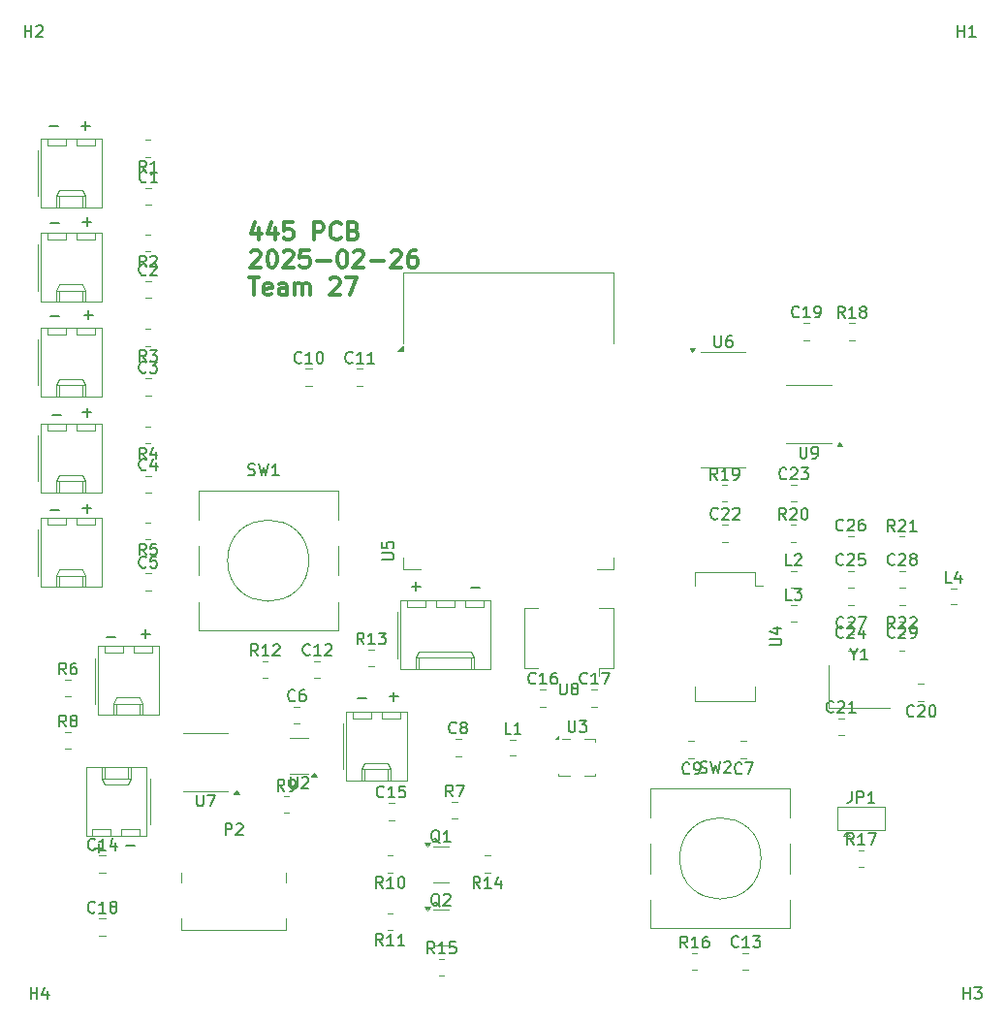
<source format=gbr>
%TF.GenerationSoftware,KiCad,Pcbnew,9.0.0*%
%TF.CreationDate,2025-03-06T16:27:16-06:00*%
%TF.ProjectId,445 Design Document Schematic,34343520-4465-4736-9967-6e20446f6375,rev?*%
%TF.SameCoordinates,Original*%
%TF.FileFunction,Legend,Top*%
%TF.FilePolarity,Positive*%
%FSLAX46Y46*%
G04 Gerber Fmt 4.6, Leading zero omitted, Abs format (unit mm)*
G04 Created by KiCad (PCBNEW 9.0.0) date 2025-03-06 16:27:16*
%MOMM*%
%LPD*%
G01*
G04 APERTURE LIST*
%ADD10C,0.300000*%
%ADD11C,0.150000*%
%ADD12C,0.120000*%
G04 APERTURE END LIST*
D10*
X106697368Y-48470996D02*
X106697368Y-49470996D01*
X106340225Y-47899568D02*
X105983082Y-48970996D01*
X105983082Y-48970996D02*
X106911653Y-48970996D01*
X108125939Y-48470996D02*
X108125939Y-49470996D01*
X107768796Y-47899568D02*
X107411653Y-48970996D01*
X107411653Y-48970996D02*
X108340224Y-48970996D01*
X109625938Y-47970996D02*
X108911652Y-47970996D01*
X108911652Y-47970996D02*
X108840224Y-48685282D01*
X108840224Y-48685282D02*
X108911652Y-48613853D01*
X108911652Y-48613853D02*
X109054510Y-48542425D01*
X109054510Y-48542425D02*
X109411652Y-48542425D01*
X109411652Y-48542425D02*
X109554510Y-48613853D01*
X109554510Y-48613853D02*
X109625938Y-48685282D01*
X109625938Y-48685282D02*
X109697367Y-48828139D01*
X109697367Y-48828139D02*
X109697367Y-49185282D01*
X109697367Y-49185282D02*
X109625938Y-49328139D01*
X109625938Y-49328139D02*
X109554510Y-49399568D01*
X109554510Y-49399568D02*
X109411652Y-49470996D01*
X109411652Y-49470996D02*
X109054510Y-49470996D01*
X109054510Y-49470996D02*
X108911652Y-49399568D01*
X108911652Y-49399568D02*
X108840224Y-49328139D01*
X111483080Y-49470996D02*
X111483080Y-47970996D01*
X111483080Y-47970996D02*
X112054509Y-47970996D01*
X112054509Y-47970996D02*
X112197366Y-48042425D01*
X112197366Y-48042425D02*
X112268795Y-48113853D01*
X112268795Y-48113853D02*
X112340223Y-48256710D01*
X112340223Y-48256710D02*
X112340223Y-48470996D01*
X112340223Y-48470996D02*
X112268795Y-48613853D01*
X112268795Y-48613853D02*
X112197366Y-48685282D01*
X112197366Y-48685282D02*
X112054509Y-48756710D01*
X112054509Y-48756710D02*
X111483080Y-48756710D01*
X113840223Y-49328139D02*
X113768795Y-49399568D01*
X113768795Y-49399568D02*
X113554509Y-49470996D01*
X113554509Y-49470996D02*
X113411652Y-49470996D01*
X113411652Y-49470996D02*
X113197366Y-49399568D01*
X113197366Y-49399568D02*
X113054509Y-49256710D01*
X113054509Y-49256710D02*
X112983080Y-49113853D01*
X112983080Y-49113853D02*
X112911652Y-48828139D01*
X112911652Y-48828139D02*
X112911652Y-48613853D01*
X112911652Y-48613853D02*
X112983080Y-48328139D01*
X112983080Y-48328139D02*
X113054509Y-48185282D01*
X113054509Y-48185282D02*
X113197366Y-48042425D01*
X113197366Y-48042425D02*
X113411652Y-47970996D01*
X113411652Y-47970996D02*
X113554509Y-47970996D01*
X113554509Y-47970996D02*
X113768795Y-48042425D01*
X113768795Y-48042425D02*
X113840223Y-48113853D01*
X114983080Y-48685282D02*
X115197366Y-48756710D01*
X115197366Y-48756710D02*
X115268795Y-48828139D01*
X115268795Y-48828139D02*
X115340223Y-48970996D01*
X115340223Y-48970996D02*
X115340223Y-49185282D01*
X115340223Y-49185282D02*
X115268795Y-49328139D01*
X115268795Y-49328139D02*
X115197366Y-49399568D01*
X115197366Y-49399568D02*
X115054509Y-49470996D01*
X115054509Y-49470996D02*
X114483080Y-49470996D01*
X114483080Y-49470996D02*
X114483080Y-47970996D01*
X114483080Y-47970996D02*
X114983080Y-47970996D01*
X114983080Y-47970996D02*
X115125938Y-48042425D01*
X115125938Y-48042425D02*
X115197366Y-48113853D01*
X115197366Y-48113853D02*
X115268795Y-48256710D01*
X115268795Y-48256710D02*
X115268795Y-48399568D01*
X115268795Y-48399568D02*
X115197366Y-48542425D01*
X115197366Y-48542425D02*
X115125938Y-48613853D01*
X115125938Y-48613853D02*
X114983080Y-48685282D01*
X114983080Y-48685282D02*
X114483080Y-48685282D01*
X105983082Y-50528769D02*
X106054510Y-50457341D01*
X106054510Y-50457341D02*
X106197368Y-50385912D01*
X106197368Y-50385912D02*
X106554510Y-50385912D01*
X106554510Y-50385912D02*
X106697368Y-50457341D01*
X106697368Y-50457341D02*
X106768796Y-50528769D01*
X106768796Y-50528769D02*
X106840225Y-50671626D01*
X106840225Y-50671626D02*
X106840225Y-50814484D01*
X106840225Y-50814484D02*
X106768796Y-51028769D01*
X106768796Y-51028769D02*
X105911653Y-51885912D01*
X105911653Y-51885912D02*
X106840225Y-51885912D01*
X107768796Y-50385912D02*
X107911653Y-50385912D01*
X107911653Y-50385912D02*
X108054510Y-50457341D01*
X108054510Y-50457341D02*
X108125939Y-50528769D01*
X108125939Y-50528769D02*
X108197367Y-50671626D01*
X108197367Y-50671626D02*
X108268796Y-50957341D01*
X108268796Y-50957341D02*
X108268796Y-51314484D01*
X108268796Y-51314484D02*
X108197367Y-51600198D01*
X108197367Y-51600198D02*
X108125939Y-51743055D01*
X108125939Y-51743055D02*
X108054510Y-51814484D01*
X108054510Y-51814484D02*
X107911653Y-51885912D01*
X107911653Y-51885912D02*
X107768796Y-51885912D01*
X107768796Y-51885912D02*
X107625939Y-51814484D01*
X107625939Y-51814484D02*
X107554510Y-51743055D01*
X107554510Y-51743055D02*
X107483081Y-51600198D01*
X107483081Y-51600198D02*
X107411653Y-51314484D01*
X107411653Y-51314484D02*
X107411653Y-50957341D01*
X107411653Y-50957341D02*
X107483081Y-50671626D01*
X107483081Y-50671626D02*
X107554510Y-50528769D01*
X107554510Y-50528769D02*
X107625939Y-50457341D01*
X107625939Y-50457341D02*
X107768796Y-50385912D01*
X108840224Y-50528769D02*
X108911652Y-50457341D01*
X108911652Y-50457341D02*
X109054510Y-50385912D01*
X109054510Y-50385912D02*
X109411652Y-50385912D01*
X109411652Y-50385912D02*
X109554510Y-50457341D01*
X109554510Y-50457341D02*
X109625938Y-50528769D01*
X109625938Y-50528769D02*
X109697367Y-50671626D01*
X109697367Y-50671626D02*
X109697367Y-50814484D01*
X109697367Y-50814484D02*
X109625938Y-51028769D01*
X109625938Y-51028769D02*
X108768795Y-51885912D01*
X108768795Y-51885912D02*
X109697367Y-51885912D01*
X111054509Y-50385912D02*
X110340223Y-50385912D01*
X110340223Y-50385912D02*
X110268795Y-51100198D01*
X110268795Y-51100198D02*
X110340223Y-51028769D01*
X110340223Y-51028769D02*
X110483081Y-50957341D01*
X110483081Y-50957341D02*
X110840223Y-50957341D01*
X110840223Y-50957341D02*
X110983081Y-51028769D01*
X110983081Y-51028769D02*
X111054509Y-51100198D01*
X111054509Y-51100198D02*
X111125938Y-51243055D01*
X111125938Y-51243055D02*
X111125938Y-51600198D01*
X111125938Y-51600198D02*
X111054509Y-51743055D01*
X111054509Y-51743055D02*
X110983081Y-51814484D01*
X110983081Y-51814484D02*
X110840223Y-51885912D01*
X110840223Y-51885912D02*
X110483081Y-51885912D01*
X110483081Y-51885912D02*
X110340223Y-51814484D01*
X110340223Y-51814484D02*
X110268795Y-51743055D01*
X111768794Y-51314484D02*
X112911652Y-51314484D01*
X113911652Y-50385912D02*
X114054509Y-50385912D01*
X114054509Y-50385912D02*
X114197366Y-50457341D01*
X114197366Y-50457341D02*
X114268795Y-50528769D01*
X114268795Y-50528769D02*
X114340223Y-50671626D01*
X114340223Y-50671626D02*
X114411652Y-50957341D01*
X114411652Y-50957341D02*
X114411652Y-51314484D01*
X114411652Y-51314484D02*
X114340223Y-51600198D01*
X114340223Y-51600198D02*
X114268795Y-51743055D01*
X114268795Y-51743055D02*
X114197366Y-51814484D01*
X114197366Y-51814484D02*
X114054509Y-51885912D01*
X114054509Y-51885912D02*
X113911652Y-51885912D01*
X113911652Y-51885912D02*
X113768795Y-51814484D01*
X113768795Y-51814484D02*
X113697366Y-51743055D01*
X113697366Y-51743055D02*
X113625937Y-51600198D01*
X113625937Y-51600198D02*
X113554509Y-51314484D01*
X113554509Y-51314484D02*
X113554509Y-50957341D01*
X113554509Y-50957341D02*
X113625937Y-50671626D01*
X113625937Y-50671626D02*
X113697366Y-50528769D01*
X113697366Y-50528769D02*
X113768795Y-50457341D01*
X113768795Y-50457341D02*
X113911652Y-50385912D01*
X114983080Y-50528769D02*
X115054508Y-50457341D01*
X115054508Y-50457341D02*
X115197366Y-50385912D01*
X115197366Y-50385912D02*
X115554508Y-50385912D01*
X115554508Y-50385912D02*
X115697366Y-50457341D01*
X115697366Y-50457341D02*
X115768794Y-50528769D01*
X115768794Y-50528769D02*
X115840223Y-50671626D01*
X115840223Y-50671626D02*
X115840223Y-50814484D01*
X115840223Y-50814484D02*
X115768794Y-51028769D01*
X115768794Y-51028769D02*
X114911651Y-51885912D01*
X114911651Y-51885912D02*
X115840223Y-51885912D01*
X116483079Y-51314484D02*
X117625937Y-51314484D01*
X118268794Y-50528769D02*
X118340222Y-50457341D01*
X118340222Y-50457341D02*
X118483080Y-50385912D01*
X118483080Y-50385912D02*
X118840222Y-50385912D01*
X118840222Y-50385912D02*
X118983080Y-50457341D01*
X118983080Y-50457341D02*
X119054508Y-50528769D01*
X119054508Y-50528769D02*
X119125937Y-50671626D01*
X119125937Y-50671626D02*
X119125937Y-50814484D01*
X119125937Y-50814484D02*
X119054508Y-51028769D01*
X119054508Y-51028769D02*
X118197365Y-51885912D01*
X118197365Y-51885912D02*
X119125937Y-51885912D01*
X120411651Y-50385912D02*
X120125936Y-50385912D01*
X120125936Y-50385912D02*
X119983079Y-50457341D01*
X119983079Y-50457341D02*
X119911651Y-50528769D01*
X119911651Y-50528769D02*
X119768793Y-50743055D01*
X119768793Y-50743055D02*
X119697365Y-51028769D01*
X119697365Y-51028769D02*
X119697365Y-51600198D01*
X119697365Y-51600198D02*
X119768793Y-51743055D01*
X119768793Y-51743055D02*
X119840222Y-51814484D01*
X119840222Y-51814484D02*
X119983079Y-51885912D01*
X119983079Y-51885912D02*
X120268793Y-51885912D01*
X120268793Y-51885912D02*
X120411651Y-51814484D01*
X120411651Y-51814484D02*
X120483079Y-51743055D01*
X120483079Y-51743055D02*
X120554508Y-51600198D01*
X120554508Y-51600198D02*
X120554508Y-51243055D01*
X120554508Y-51243055D02*
X120483079Y-51100198D01*
X120483079Y-51100198D02*
X120411651Y-51028769D01*
X120411651Y-51028769D02*
X120268793Y-50957341D01*
X120268793Y-50957341D02*
X119983079Y-50957341D01*
X119983079Y-50957341D02*
X119840222Y-51028769D01*
X119840222Y-51028769D02*
X119768793Y-51100198D01*
X119768793Y-51100198D02*
X119697365Y-51243055D01*
X105840225Y-52800828D02*
X106697368Y-52800828D01*
X106268796Y-54300828D02*
X106268796Y-52800828D01*
X107768796Y-54229400D02*
X107625939Y-54300828D01*
X107625939Y-54300828D02*
X107340225Y-54300828D01*
X107340225Y-54300828D02*
X107197367Y-54229400D01*
X107197367Y-54229400D02*
X107125939Y-54086542D01*
X107125939Y-54086542D02*
X107125939Y-53515114D01*
X107125939Y-53515114D02*
X107197367Y-53372257D01*
X107197367Y-53372257D02*
X107340225Y-53300828D01*
X107340225Y-53300828D02*
X107625939Y-53300828D01*
X107625939Y-53300828D02*
X107768796Y-53372257D01*
X107768796Y-53372257D02*
X107840225Y-53515114D01*
X107840225Y-53515114D02*
X107840225Y-53657971D01*
X107840225Y-53657971D02*
X107125939Y-53800828D01*
X109125939Y-54300828D02*
X109125939Y-53515114D01*
X109125939Y-53515114D02*
X109054510Y-53372257D01*
X109054510Y-53372257D02*
X108911653Y-53300828D01*
X108911653Y-53300828D02*
X108625939Y-53300828D01*
X108625939Y-53300828D02*
X108483081Y-53372257D01*
X109125939Y-54229400D02*
X108983081Y-54300828D01*
X108983081Y-54300828D02*
X108625939Y-54300828D01*
X108625939Y-54300828D02*
X108483081Y-54229400D01*
X108483081Y-54229400D02*
X108411653Y-54086542D01*
X108411653Y-54086542D02*
X108411653Y-53943685D01*
X108411653Y-53943685D02*
X108483081Y-53800828D01*
X108483081Y-53800828D02*
X108625939Y-53729400D01*
X108625939Y-53729400D02*
X108983081Y-53729400D01*
X108983081Y-53729400D02*
X109125939Y-53657971D01*
X109840224Y-54300828D02*
X109840224Y-53300828D01*
X109840224Y-53443685D02*
X109911653Y-53372257D01*
X109911653Y-53372257D02*
X110054510Y-53300828D01*
X110054510Y-53300828D02*
X110268796Y-53300828D01*
X110268796Y-53300828D02*
X110411653Y-53372257D01*
X110411653Y-53372257D02*
X110483082Y-53515114D01*
X110483082Y-53515114D02*
X110483082Y-54300828D01*
X110483082Y-53515114D02*
X110554510Y-53372257D01*
X110554510Y-53372257D02*
X110697367Y-53300828D01*
X110697367Y-53300828D02*
X110911653Y-53300828D01*
X110911653Y-53300828D02*
X111054510Y-53372257D01*
X111054510Y-53372257D02*
X111125939Y-53515114D01*
X111125939Y-53515114D02*
X111125939Y-54300828D01*
X112911653Y-52943685D02*
X112983081Y-52872257D01*
X112983081Y-52872257D02*
X113125939Y-52800828D01*
X113125939Y-52800828D02*
X113483081Y-52800828D01*
X113483081Y-52800828D02*
X113625939Y-52872257D01*
X113625939Y-52872257D02*
X113697367Y-52943685D01*
X113697367Y-52943685D02*
X113768796Y-53086542D01*
X113768796Y-53086542D02*
X113768796Y-53229400D01*
X113768796Y-53229400D02*
X113697367Y-53443685D01*
X113697367Y-53443685D02*
X112840224Y-54300828D01*
X112840224Y-54300828D02*
X113768796Y-54300828D01*
X114268795Y-52800828D02*
X115268795Y-52800828D01*
X115268795Y-52800828D02*
X114625938Y-54300828D01*
D11*
X117454819Y-77421904D02*
X118264342Y-77421904D01*
X118264342Y-77421904D02*
X118359580Y-77374285D01*
X118359580Y-77374285D02*
X118407200Y-77326666D01*
X118407200Y-77326666D02*
X118454819Y-77231428D01*
X118454819Y-77231428D02*
X118454819Y-77040952D01*
X118454819Y-77040952D02*
X118407200Y-76945714D01*
X118407200Y-76945714D02*
X118359580Y-76898095D01*
X118359580Y-76898095D02*
X118264342Y-76850476D01*
X118264342Y-76850476D02*
X117454819Y-76850476D01*
X117454819Y-75898095D02*
X117454819Y-76374285D01*
X117454819Y-76374285D02*
X117931009Y-76421904D01*
X117931009Y-76421904D02*
X117883390Y-76374285D01*
X117883390Y-76374285D02*
X117835771Y-76279047D01*
X117835771Y-76279047D02*
X117835771Y-76040952D01*
X117835771Y-76040952D02*
X117883390Y-75945714D01*
X117883390Y-75945714D02*
X117931009Y-75898095D01*
X117931009Y-75898095D02*
X118026247Y-75850476D01*
X118026247Y-75850476D02*
X118264342Y-75850476D01*
X118264342Y-75850476D02*
X118359580Y-75898095D01*
X118359580Y-75898095D02*
X118407200Y-75945714D01*
X118407200Y-75945714D02*
X118454819Y-76040952D01*
X118454819Y-76040952D02*
X118454819Y-76279047D01*
X118454819Y-76279047D02*
X118407200Y-76374285D01*
X118407200Y-76374285D02*
X118359580Y-76421904D01*
X158466666Y-97654819D02*
X158466666Y-98369104D01*
X158466666Y-98369104D02*
X158419047Y-98511961D01*
X158419047Y-98511961D02*
X158323809Y-98607200D01*
X158323809Y-98607200D02*
X158180952Y-98654819D01*
X158180952Y-98654819D02*
X158085714Y-98654819D01*
X158942857Y-98654819D02*
X158942857Y-97654819D01*
X158942857Y-97654819D02*
X159323809Y-97654819D01*
X159323809Y-97654819D02*
X159419047Y-97702438D01*
X159419047Y-97702438D02*
X159466666Y-97750057D01*
X159466666Y-97750057D02*
X159514285Y-97845295D01*
X159514285Y-97845295D02*
X159514285Y-97988152D01*
X159514285Y-97988152D02*
X159466666Y-98083390D01*
X159466666Y-98083390D02*
X159419047Y-98131009D01*
X159419047Y-98131009D02*
X159323809Y-98178628D01*
X159323809Y-98178628D02*
X158942857Y-98178628D01*
X160466666Y-98654819D02*
X159895238Y-98654819D01*
X160180952Y-98654819D02*
X160180952Y-97654819D01*
X160180952Y-97654819D02*
X160085714Y-97797676D01*
X160085714Y-97797676D02*
X159990476Y-97892914D01*
X159990476Y-97892914D02*
X159895238Y-97940533D01*
X158657142Y-102304819D02*
X158323809Y-101828628D01*
X158085714Y-102304819D02*
X158085714Y-101304819D01*
X158085714Y-101304819D02*
X158466666Y-101304819D01*
X158466666Y-101304819D02*
X158561904Y-101352438D01*
X158561904Y-101352438D02*
X158609523Y-101400057D01*
X158609523Y-101400057D02*
X158657142Y-101495295D01*
X158657142Y-101495295D02*
X158657142Y-101638152D01*
X158657142Y-101638152D02*
X158609523Y-101733390D01*
X158609523Y-101733390D02*
X158561904Y-101781009D01*
X158561904Y-101781009D02*
X158466666Y-101828628D01*
X158466666Y-101828628D02*
X158085714Y-101828628D01*
X159609523Y-102304819D02*
X159038095Y-102304819D01*
X159323809Y-102304819D02*
X159323809Y-101304819D01*
X159323809Y-101304819D02*
X159228571Y-101447676D01*
X159228571Y-101447676D02*
X159133333Y-101542914D01*
X159133333Y-101542914D02*
X159038095Y-101590533D01*
X159942857Y-101304819D02*
X160609523Y-101304819D01*
X160609523Y-101304819D02*
X160180952Y-102304819D01*
X106607142Y-85804819D02*
X106273809Y-85328628D01*
X106035714Y-85804819D02*
X106035714Y-84804819D01*
X106035714Y-84804819D02*
X106416666Y-84804819D01*
X106416666Y-84804819D02*
X106511904Y-84852438D01*
X106511904Y-84852438D02*
X106559523Y-84900057D01*
X106559523Y-84900057D02*
X106607142Y-84995295D01*
X106607142Y-84995295D02*
X106607142Y-85138152D01*
X106607142Y-85138152D02*
X106559523Y-85233390D01*
X106559523Y-85233390D02*
X106511904Y-85281009D01*
X106511904Y-85281009D02*
X106416666Y-85328628D01*
X106416666Y-85328628D02*
X106035714Y-85328628D01*
X107559523Y-85804819D02*
X106988095Y-85804819D01*
X107273809Y-85804819D02*
X107273809Y-84804819D01*
X107273809Y-84804819D02*
X107178571Y-84947676D01*
X107178571Y-84947676D02*
X107083333Y-85042914D01*
X107083333Y-85042914D02*
X106988095Y-85090533D01*
X107940476Y-84900057D02*
X107988095Y-84852438D01*
X107988095Y-84852438D02*
X108083333Y-84804819D01*
X108083333Y-84804819D02*
X108321428Y-84804819D01*
X108321428Y-84804819D02*
X108416666Y-84852438D01*
X108416666Y-84852438D02*
X108464285Y-84900057D01*
X108464285Y-84900057D02*
X108511904Y-84995295D01*
X108511904Y-84995295D02*
X108511904Y-85090533D01*
X108511904Y-85090533D02*
X108464285Y-85233390D01*
X108464285Y-85233390D02*
X107892857Y-85804819D01*
X107892857Y-85804819D02*
X108511904Y-85804819D01*
X105746667Y-69997200D02*
X105889524Y-70044819D01*
X105889524Y-70044819D02*
X106127619Y-70044819D01*
X106127619Y-70044819D02*
X106222857Y-69997200D01*
X106222857Y-69997200D02*
X106270476Y-69949580D01*
X106270476Y-69949580D02*
X106318095Y-69854342D01*
X106318095Y-69854342D02*
X106318095Y-69759104D01*
X106318095Y-69759104D02*
X106270476Y-69663866D01*
X106270476Y-69663866D02*
X106222857Y-69616247D01*
X106222857Y-69616247D02*
X106127619Y-69568628D01*
X106127619Y-69568628D02*
X105937143Y-69521009D01*
X105937143Y-69521009D02*
X105841905Y-69473390D01*
X105841905Y-69473390D02*
X105794286Y-69425771D01*
X105794286Y-69425771D02*
X105746667Y-69330533D01*
X105746667Y-69330533D02*
X105746667Y-69235295D01*
X105746667Y-69235295D02*
X105794286Y-69140057D01*
X105794286Y-69140057D02*
X105841905Y-69092438D01*
X105841905Y-69092438D02*
X105937143Y-69044819D01*
X105937143Y-69044819D02*
X106175238Y-69044819D01*
X106175238Y-69044819D02*
X106318095Y-69092438D01*
X106651429Y-69044819D02*
X106889524Y-70044819D01*
X106889524Y-70044819D02*
X107080000Y-69330533D01*
X107080000Y-69330533D02*
X107270476Y-70044819D01*
X107270476Y-70044819D02*
X107508572Y-69044819D01*
X108413333Y-70044819D02*
X107841905Y-70044819D01*
X108127619Y-70044819D02*
X108127619Y-69044819D01*
X108127619Y-69044819D02*
X108032381Y-69187676D01*
X108032381Y-69187676D02*
X107937143Y-69282914D01*
X107937143Y-69282914D02*
X107841905Y-69330533D01*
X111144642Y-85679580D02*
X111097023Y-85727200D01*
X111097023Y-85727200D02*
X110954166Y-85774819D01*
X110954166Y-85774819D02*
X110858928Y-85774819D01*
X110858928Y-85774819D02*
X110716071Y-85727200D01*
X110716071Y-85727200D02*
X110620833Y-85631961D01*
X110620833Y-85631961D02*
X110573214Y-85536723D01*
X110573214Y-85536723D02*
X110525595Y-85346247D01*
X110525595Y-85346247D02*
X110525595Y-85203390D01*
X110525595Y-85203390D02*
X110573214Y-85012914D01*
X110573214Y-85012914D02*
X110620833Y-84917676D01*
X110620833Y-84917676D02*
X110716071Y-84822438D01*
X110716071Y-84822438D02*
X110858928Y-84774819D01*
X110858928Y-84774819D02*
X110954166Y-84774819D01*
X110954166Y-84774819D02*
X111097023Y-84822438D01*
X111097023Y-84822438D02*
X111144642Y-84870057D01*
X112097023Y-85774819D02*
X111525595Y-85774819D01*
X111811309Y-85774819D02*
X111811309Y-84774819D01*
X111811309Y-84774819D02*
X111716071Y-84917676D01*
X111716071Y-84917676D02*
X111620833Y-85012914D01*
X111620833Y-85012914D02*
X111525595Y-85060533D01*
X112477976Y-84870057D02*
X112525595Y-84822438D01*
X112525595Y-84822438D02*
X112620833Y-84774819D01*
X112620833Y-84774819D02*
X112858928Y-84774819D01*
X112858928Y-84774819D02*
X112954166Y-84822438D01*
X112954166Y-84822438D02*
X113001785Y-84870057D01*
X113001785Y-84870057D02*
X113049404Y-84965295D01*
X113049404Y-84965295D02*
X113049404Y-85060533D01*
X113049404Y-85060533D02*
X113001785Y-85203390D01*
X113001785Y-85203390D02*
X112430357Y-85774819D01*
X112430357Y-85774819D02*
X113049404Y-85774819D01*
X109833333Y-89679580D02*
X109785714Y-89727200D01*
X109785714Y-89727200D02*
X109642857Y-89774819D01*
X109642857Y-89774819D02*
X109547619Y-89774819D01*
X109547619Y-89774819D02*
X109404762Y-89727200D01*
X109404762Y-89727200D02*
X109309524Y-89631961D01*
X109309524Y-89631961D02*
X109261905Y-89536723D01*
X109261905Y-89536723D02*
X109214286Y-89346247D01*
X109214286Y-89346247D02*
X109214286Y-89203390D01*
X109214286Y-89203390D02*
X109261905Y-89012914D01*
X109261905Y-89012914D02*
X109309524Y-88917676D01*
X109309524Y-88917676D02*
X109404762Y-88822438D01*
X109404762Y-88822438D02*
X109547619Y-88774819D01*
X109547619Y-88774819D02*
X109642857Y-88774819D01*
X109642857Y-88774819D02*
X109785714Y-88822438D01*
X109785714Y-88822438D02*
X109833333Y-88870057D01*
X110690476Y-88774819D02*
X110500000Y-88774819D01*
X110500000Y-88774819D02*
X110404762Y-88822438D01*
X110404762Y-88822438D02*
X110357143Y-88870057D01*
X110357143Y-88870057D02*
X110261905Y-89012914D01*
X110261905Y-89012914D02*
X110214286Y-89203390D01*
X110214286Y-89203390D02*
X110214286Y-89584342D01*
X110214286Y-89584342D02*
X110261905Y-89679580D01*
X110261905Y-89679580D02*
X110309524Y-89727200D01*
X110309524Y-89727200D02*
X110404762Y-89774819D01*
X110404762Y-89774819D02*
X110595238Y-89774819D01*
X110595238Y-89774819D02*
X110690476Y-89727200D01*
X110690476Y-89727200D02*
X110738095Y-89679580D01*
X110738095Y-89679580D02*
X110785714Y-89584342D01*
X110785714Y-89584342D02*
X110785714Y-89346247D01*
X110785714Y-89346247D02*
X110738095Y-89251009D01*
X110738095Y-89251009D02*
X110690476Y-89203390D01*
X110690476Y-89203390D02*
X110595238Y-89155771D01*
X110595238Y-89155771D02*
X110404762Y-89155771D01*
X110404762Y-89155771D02*
X110309524Y-89203390D01*
X110309524Y-89203390D02*
X110261905Y-89251009D01*
X110261905Y-89251009D02*
X110214286Y-89346247D01*
X132988095Y-88204819D02*
X132988095Y-89014342D01*
X132988095Y-89014342D02*
X133035714Y-89109580D01*
X133035714Y-89109580D02*
X133083333Y-89157200D01*
X133083333Y-89157200D02*
X133178571Y-89204819D01*
X133178571Y-89204819D02*
X133369047Y-89204819D01*
X133369047Y-89204819D02*
X133464285Y-89157200D01*
X133464285Y-89157200D02*
X133511904Y-89109580D01*
X133511904Y-89109580D02*
X133559523Y-89014342D01*
X133559523Y-89014342D02*
X133559523Y-88204819D01*
X134178571Y-88633390D02*
X134083333Y-88585771D01*
X134083333Y-88585771D02*
X134035714Y-88538152D01*
X134035714Y-88538152D02*
X133988095Y-88442914D01*
X133988095Y-88442914D02*
X133988095Y-88395295D01*
X133988095Y-88395295D02*
X134035714Y-88300057D01*
X134035714Y-88300057D02*
X134083333Y-88252438D01*
X134083333Y-88252438D02*
X134178571Y-88204819D01*
X134178571Y-88204819D02*
X134369047Y-88204819D01*
X134369047Y-88204819D02*
X134464285Y-88252438D01*
X134464285Y-88252438D02*
X134511904Y-88300057D01*
X134511904Y-88300057D02*
X134559523Y-88395295D01*
X134559523Y-88395295D02*
X134559523Y-88442914D01*
X134559523Y-88442914D02*
X134511904Y-88538152D01*
X134511904Y-88538152D02*
X134464285Y-88585771D01*
X134464285Y-88585771D02*
X134369047Y-88633390D01*
X134369047Y-88633390D02*
X134178571Y-88633390D01*
X134178571Y-88633390D02*
X134083333Y-88681009D01*
X134083333Y-88681009D02*
X134035714Y-88728628D01*
X134035714Y-88728628D02*
X133988095Y-88823866D01*
X133988095Y-88823866D02*
X133988095Y-89014342D01*
X133988095Y-89014342D02*
X134035714Y-89109580D01*
X134035714Y-89109580D02*
X134083333Y-89157200D01*
X134083333Y-89157200D02*
X134178571Y-89204819D01*
X134178571Y-89204819D02*
X134369047Y-89204819D01*
X134369047Y-89204819D02*
X134464285Y-89157200D01*
X134464285Y-89157200D02*
X134511904Y-89109580D01*
X134511904Y-89109580D02*
X134559523Y-89014342D01*
X134559523Y-89014342D02*
X134559523Y-88823866D01*
X134559523Y-88823866D02*
X134511904Y-88728628D01*
X134511904Y-88728628D02*
X134464285Y-88681009D01*
X134464285Y-88681009D02*
X134369047Y-88633390D01*
X135357142Y-88179580D02*
X135309523Y-88227200D01*
X135309523Y-88227200D02*
X135166666Y-88274819D01*
X135166666Y-88274819D02*
X135071428Y-88274819D01*
X135071428Y-88274819D02*
X134928571Y-88227200D01*
X134928571Y-88227200D02*
X134833333Y-88131961D01*
X134833333Y-88131961D02*
X134785714Y-88036723D01*
X134785714Y-88036723D02*
X134738095Y-87846247D01*
X134738095Y-87846247D02*
X134738095Y-87703390D01*
X134738095Y-87703390D02*
X134785714Y-87512914D01*
X134785714Y-87512914D02*
X134833333Y-87417676D01*
X134833333Y-87417676D02*
X134928571Y-87322438D01*
X134928571Y-87322438D02*
X135071428Y-87274819D01*
X135071428Y-87274819D02*
X135166666Y-87274819D01*
X135166666Y-87274819D02*
X135309523Y-87322438D01*
X135309523Y-87322438D02*
X135357142Y-87370057D01*
X136309523Y-88274819D02*
X135738095Y-88274819D01*
X136023809Y-88274819D02*
X136023809Y-87274819D01*
X136023809Y-87274819D02*
X135928571Y-87417676D01*
X135928571Y-87417676D02*
X135833333Y-87512914D01*
X135833333Y-87512914D02*
X135738095Y-87560533D01*
X136642857Y-87274819D02*
X137309523Y-87274819D01*
X137309523Y-87274819D02*
X136880952Y-88274819D01*
X130857142Y-88179580D02*
X130809523Y-88227200D01*
X130809523Y-88227200D02*
X130666666Y-88274819D01*
X130666666Y-88274819D02*
X130571428Y-88274819D01*
X130571428Y-88274819D02*
X130428571Y-88227200D01*
X130428571Y-88227200D02*
X130333333Y-88131961D01*
X130333333Y-88131961D02*
X130285714Y-88036723D01*
X130285714Y-88036723D02*
X130238095Y-87846247D01*
X130238095Y-87846247D02*
X130238095Y-87703390D01*
X130238095Y-87703390D02*
X130285714Y-87512914D01*
X130285714Y-87512914D02*
X130333333Y-87417676D01*
X130333333Y-87417676D02*
X130428571Y-87322438D01*
X130428571Y-87322438D02*
X130571428Y-87274819D01*
X130571428Y-87274819D02*
X130666666Y-87274819D01*
X130666666Y-87274819D02*
X130809523Y-87322438D01*
X130809523Y-87322438D02*
X130857142Y-87370057D01*
X131809523Y-88274819D02*
X131238095Y-88274819D01*
X131523809Y-88274819D02*
X131523809Y-87274819D01*
X131523809Y-87274819D02*
X131428571Y-87417676D01*
X131428571Y-87417676D02*
X131333333Y-87512914D01*
X131333333Y-87512914D02*
X131238095Y-87560533D01*
X132666666Y-87274819D02*
X132476190Y-87274819D01*
X132476190Y-87274819D02*
X132380952Y-87322438D01*
X132380952Y-87322438D02*
X132333333Y-87370057D01*
X132333333Y-87370057D02*
X132238095Y-87512914D01*
X132238095Y-87512914D02*
X132190476Y-87703390D01*
X132190476Y-87703390D02*
X132190476Y-88084342D01*
X132190476Y-88084342D02*
X132238095Y-88179580D01*
X132238095Y-88179580D02*
X132285714Y-88227200D01*
X132285714Y-88227200D02*
X132380952Y-88274819D01*
X132380952Y-88274819D02*
X132571428Y-88274819D01*
X132571428Y-88274819D02*
X132666666Y-88227200D01*
X132666666Y-88227200D02*
X132714285Y-88179580D01*
X132714285Y-88179580D02*
X132761904Y-88084342D01*
X132761904Y-88084342D02*
X132761904Y-87846247D01*
X132761904Y-87846247D02*
X132714285Y-87751009D01*
X132714285Y-87751009D02*
X132666666Y-87703390D01*
X132666666Y-87703390D02*
X132571428Y-87655771D01*
X132571428Y-87655771D02*
X132380952Y-87655771D01*
X132380952Y-87655771D02*
X132285714Y-87703390D01*
X132285714Y-87703390D02*
X132238095Y-87751009D01*
X132238095Y-87751009D02*
X132190476Y-87846247D01*
X96834333Y-52507580D02*
X96786714Y-52555200D01*
X96786714Y-52555200D02*
X96643857Y-52602819D01*
X96643857Y-52602819D02*
X96548619Y-52602819D01*
X96548619Y-52602819D02*
X96405762Y-52555200D01*
X96405762Y-52555200D02*
X96310524Y-52459961D01*
X96310524Y-52459961D02*
X96262905Y-52364723D01*
X96262905Y-52364723D02*
X96215286Y-52174247D01*
X96215286Y-52174247D02*
X96215286Y-52031390D01*
X96215286Y-52031390D02*
X96262905Y-51840914D01*
X96262905Y-51840914D02*
X96310524Y-51745676D01*
X96310524Y-51745676D02*
X96405762Y-51650438D01*
X96405762Y-51650438D02*
X96548619Y-51602819D01*
X96548619Y-51602819D02*
X96643857Y-51602819D01*
X96643857Y-51602819D02*
X96786714Y-51650438D01*
X96786714Y-51650438D02*
X96834333Y-51698057D01*
X97215286Y-51698057D02*
X97262905Y-51650438D01*
X97262905Y-51650438D02*
X97358143Y-51602819D01*
X97358143Y-51602819D02*
X97596238Y-51602819D01*
X97596238Y-51602819D02*
X97691476Y-51650438D01*
X97691476Y-51650438D02*
X97739095Y-51698057D01*
X97739095Y-51698057D02*
X97786714Y-51793295D01*
X97786714Y-51793295D02*
X97786714Y-51888533D01*
X97786714Y-51888533D02*
X97739095Y-52031390D01*
X97739095Y-52031390D02*
X97167667Y-52602819D01*
X97167667Y-52602819D02*
X97786714Y-52602819D01*
X91273048Y-72951866D02*
X92034953Y-72951866D01*
X91654000Y-73332819D02*
X91654000Y-72570914D01*
X88492048Y-73078866D02*
X89253953Y-73078866D01*
X96834333Y-77014819D02*
X96501000Y-76538628D01*
X96262905Y-77014819D02*
X96262905Y-76014819D01*
X96262905Y-76014819D02*
X96643857Y-76014819D01*
X96643857Y-76014819D02*
X96739095Y-76062438D01*
X96739095Y-76062438D02*
X96786714Y-76110057D01*
X96786714Y-76110057D02*
X96834333Y-76205295D01*
X96834333Y-76205295D02*
X96834333Y-76348152D01*
X96834333Y-76348152D02*
X96786714Y-76443390D01*
X96786714Y-76443390D02*
X96739095Y-76491009D01*
X96739095Y-76491009D02*
X96643857Y-76538628D01*
X96643857Y-76538628D02*
X96262905Y-76538628D01*
X97739095Y-76014819D02*
X97262905Y-76014819D01*
X97262905Y-76014819D02*
X97215286Y-76491009D01*
X97215286Y-76491009D02*
X97262905Y-76443390D01*
X97262905Y-76443390D02*
X97358143Y-76395771D01*
X97358143Y-76395771D02*
X97596238Y-76395771D01*
X97596238Y-76395771D02*
X97691476Y-76443390D01*
X97691476Y-76443390D02*
X97739095Y-76491009D01*
X97739095Y-76491009D02*
X97786714Y-76586247D01*
X97786714Y-76586247D02*
X97786714Y-76824342D01*
X97786714Y-76824342D02*
X97739095Y-76919580D01*
X97739095Y-76919580D02*
X97691476Y-76967200D01*
X97691476Y-76967200D02*
X97596238Y-77014819D01*
X97596238Y-77014819D02*
X97358143Y-77014819D01*
X97358143Y-77014819D02*
X97262905Y-76967200D01*
X97262905Y-76967200D02*
X97215286Y-76919580D01*
X96834333Y-43613819D02*
X96501000Y-43137628D01*
X96262905Y-43613819D02*
X96262905Y-42613819D01*
X96262905Y-42613819D02*
X96643857Y-42613819D01*
X96643857Y-42613819D02*
X96739095Y-42661438D01*
X96739095Y-42661438D02*
X96786714Y-42709057D01*
X96786714Y-42709057D02*
X96834333Y-42804295D01*
X96834333Y-42804295D02*
X96834333Y-42947152D01*
X96834333Y-42947152D02*
X96786714Y-43042390D01*
X96786714Y-43042390D02*
X96739095Y-43090009D01*
X96739095Y-43090009D02*
X96643857Y-43137628D01*
X96643857Y-43137628D02*
X96262905Y-43137628D01*
X97786714Y-43613819D02*
X97215286Y-43613819D01*
X97501000Y-43613819D02*
X97501000Y-42613819D01*
X97501000Y-42613819D02*
X97405762Y-42756676D01*
X97405762Y-42756676D02*
X97310524Y-42851914D01*
X97310524Y-42851914D02*
X97215286Y-42899533D01*
X91400048Y-56045866D02*
X92161953Y-56045866D01*
X91781000Y-56426819D02*
X91781000Y-55664914D01*
X88479048Y-56172866D02*
X89240953Y-56172866D01*
X96855833Y-44379580D02*
X96808214Y-44427200D01*
X96808214Y-44427200D02*
X96665357Y-44474819D01*
X96665357Y-44474819D02*
X96570119Y-44474819D01*
X96570119Y-44474819D02*
X96427262Y-44427200D01*
X96427262Y-44427200D02*
X96332024Y-44331961D01*
X96332024Y-44331961D02*
X96284405Y-44236723D01*
X96284405Y-44236723D02*
X96236786Y-44046247D01*
X96236786Y-44046247D02*
X96236786Y-43903390D01*
X96236786Y-43903390D02*
X96284405Y-43712914D01*
X96284405Y-43712914D02*
X96332024Y-43617676D01*
X96332024Y-43617676D02*
X96427262Y-43522438D01*
X96427262Y-43522438D02*
X96570119Y-43474819D01*
X96570119Y-43474819D02*
X96665357Y-43474819D01*
X96665357Y-43474819D02*
X96808214Y-43522438D01*
X96808214Y-43522438D02*
X96855833Y-43570057D01*
X97808214Y-44474819D02*
X97236786Y-44474819D01*
X97522500Y-44474819D02*
X97522500Y-43474819D01*
X97522500Y-43474819D02*
X97427262Y-43617676D01*
X97427262Y-43617676D02*
X97332024Y-43712914D01*
X97332024Y-43712914D02*
X97236786Y-43760533D01*
X96834333Y-60123819D02*
X96501000Y-59647628D01*
X96262905Y-60123819D02*
X96262905Y-59123819D01*
X96262905Y-59123819D02*
X96643857Y-59123819D01*
X96643857Y-59123819D02*
X96739095Y-59171438D01*
X96739095Y-59171438D02*
X96786714Y-59219057D01*
X96786714Y-59219057D02*
X96834333Y-59314295D01*
X96834333Y-59314295D02*
X96834333Y-59457152D01*
X96834333Y-59457152D02*
X96786714Y-59552390D01*
X96786714Y-59552390D02*
X96739095Y-59600009D01*
X96739095Y-59600009D02*
X96643857Y-59647628D01*
X96643857Y-59647628D02*
X96262905Y-59647628D01*
X97167667Y-59123819D02*
X97786714Y-59123819D01*
X97786714Y-59123819D02*
X97453381Y-59504771D01*
X97453381Y-59504771D02*
X97596238Y-59504771D01*
X97596238Y-59504771D02*
X97691476Y-59552390D01*
X97691476Y-59552390D02*
X97739095Y-59600009D01*
X97739095Y-59600009D02*
X97786714Y-59695247D01*
X97786714Y-59695247D02*
X97786714Y-59933342D01*
X97786714Y-59933342D02*
X97739095Y-60028580D01*
X97739095Y-60028580D02*
X97691476Y-60076200D01*
X97691476Y-60076200D02*
X97596238Y-60123819D01*
X97596238Y-60123819D02*
X97310524Y-60123819D01*
X97310524Y-60123819D02*
X97215286Y-60076200D01*
X97215286Y-60076200D02*
X97167667Y-60028580D01*
X91159048Y-39550866D02*
X91920953Y-39550866D01*
X91540000Y-39931819D02*
X91540000Y-39169914D01*
X88365048Y-39550866D02*
X89126953Y-39550866D01*
X96818333Y-51868819D02*
X96485000Y-51392628D01*
X96246905Y-51868819D02*
X96246905Y-50868819D01*
X96246905Y-50868819D02*
X96627857Y-50868819D01*
X96627857Y-50868819D02*
X96723095Y-50916438D01*
X96723095Y-50916438D02*
X96770714Y-50964057D01*
X96770714Y-50964057D02*
X96818333Y-51059295D01*
X96818333Y-51059295D02*
X96818333Y-51202152D01*
X96818333Y-51202152D02*
X96770714Y-51297390D01*
X96770714Y-51297390D02*
X96723095Y-51345009D01*
X96723095Y-51345009D02*
X96627857Y-51392628D01*
X96627857Y-51392628D02*
X96246905Y-51392628D01*
X97199286Y-50964057D02*
X97246905Y-50916438D01*
X97246905Y-50916438D02*
X97342143Y-50868819D01*
X97342143Y-50868819D02*
X97580238Y-50868819D01*
X97580238Y-50868819D02*
X97675476Y-50916438D01*
X97675476Y-50916438D02*
X97723095Y-50964057D01*
X97723095Y-50964057D02*
X97770714Y-51059295D01*
X97770714Y-51059295D02*
X97770714Y-51154533D01*
X97770714Y-51154533D02*
X97723095Y-51297390D01*
X97723095Y-51297390D02*
X97151667Y-51868819D01*
X97151667Y-51868819D02*
X97770714Y-51868819D01*
X96834333Y-69525580D02*
X96786714Y-69573200D01*
X96786714Y-69573200D02*
X96643857Y-69620819D01*
X96643857Y-69620819D02*
X96548619Y-69620819D01*
X96548619Y-69620819D02*
X96405762Y-69573200D01*
X96405762Y-69573200D02*
X96310524Y-69477961D01*
X96310524Y-69477961D02*
X96262905Y-69382723D01*
X96262905Y-69382723D02*
X96215286Y-69192247D01*
X96215286Y-69192247D02*
X96215286Y-69049390D01*
X96215286Y-69049390D02*
X96262905Y-68858914D01*
X96262905Y-68858914D02*
X96310524Y-68763676D01*
X96310524Y-68763676D02*
X96405762Y-68668438D01*
X96405762Y-68668438D02*
X96548619Y-68620819D01*
X96548619Y-68620819D02*
X96643857Y-68620819D01*
X96643857Y-68620819D02*
X96786714Y-68668438D01*
X96786714Y-68668438D02*
X96834333Y-68716057D01*
X97691476Y-68954152D02*
X97691476Y-69620819D01*
X97453381Y-68573200D02*
X97215286Y-69287485D01*
X97215286Y-69287485D02*
X97834333Y-69287485D01*
X91273048Y-47897866D02*
X92034953Y-47897866D01*
X91654000Y-48278819D02*
X91654000Y-47516914D01*
X88479048Y-48024866D02*
X89240953Y-48024866D01*
X96834333Y-78034580D02*
X96786714Y-78082200D01*
X96786714Y-78082200D02*
X96643857Y-78129819D01*
X96643857Y-78129819D02*
X96548619Y-78129819D01*
X96548619Y-78129819D02*
X96405762Y-78082200D01*
X96405762Y-78082200D02*
X96310524Y-77986961D01*
X96310524Y-77986961D02*
X96262905Y-77891723D01*
X96262905Y-77891723D02*
X96215286Y-77701247D01*
X96215286Y-77701247D02*
X96215286Y-77558390D01*
X96215286Y-77558390D02*
X96262905Y-77367914D01*
X96262905Y-77367914D02*
X96310524Y-77272676D01*
X96310524Y-77272676D02*
X96405762Y-77177438D01*
X96405762Y-77177438D02*
X96548619Y-77129819D01*
X96548619Y-77129819D02*
X96643857Y-77129819D01*
X96643857Y-77129819D02*
X96786714Y-77177438D01*
X96786714Y-77177438D02*
X96834333Y-77225057D01*
X97739095Y-77129819D02*
X97262905Y-77129819D01*
X97262905Y-77129819D02*
X97215286Y-77606009D01*
X97215286Y-77606009D02*
X97262905Y-77558390D01*
X97262905Y-77558390D02*
X97358143Y-77510771D01*
X97358143Y-77510771D02*
X97596238Y-77510771D01*
X97596238Y-77510771D02*
X97691476Y-77558390D01*
X97691476Y-77558390D02*
X97739095Y-77606009D01*
X97739095Y-77606009D02*
X97786714Y-77701247D01*
X97786714Y-77701247D02*
X97786714Y-77939342D01*
X97786714Y-77939342D02*
X97739095Y-78034580D01*
X97739095Y-78034580D02*
X97691476Y-78082200D01*
X97691476Y-78082200D02*
X97596238Y-78129819D01*
X97596238Y-78129819D02*
X97358143Y-78129819D01*
X97358143Y-78129819D02*
X97262905Y-78082200D01*
X97262905Y-78082200D02*
X97215286Y-78034580D01*
X91273048Y-64569866D02*
X92034953Y-64569866D01*
X91654000Y-64950819D02*
X91654000Y-64188914D01*
X88606048Y-64823866D02*
X89367953Y-64823866D01*
X96834333Y-61016580D02*
X96786714Y-61064200D01*
X96786714Y-61064200D02*
X96643857Y-61111819D01*
X96643857Y-61111819D02*
X96548619Y-61111819D01*
X96548619Y-61111819D02*
X96405762Y-61064200D01*
X96405762Y-61064200D02*
X96310524Y-60968961D01*
X96310524Y-60968961D02*
X96262905Y-60873723D01*
X96262905Y-60873723D02*
X96215286Y-60683247D01*
X96215286Y-60683247D02*
X96215286Y-60540390D01*
X96215286Y-60540390D02*
X96262905Y-60349914D01*
X96262905Y-60349914D02*
X96310524Y-60254676D01*
X96310524Y-60254676D02*
X96405762Y-60159438D01*
X96405762Y-60159438D02*
X96548619Y-60111819D01*
X96548619Y-60111819D02*
X96643857Y-60111819D01*
X96643857Y-60111819D02*
X96786714Y-60159438D01*
X96786714Y-60159438D02*
X96834333Y-60207057D01*
X97167667Y-60111819D02*
X97786714Y-60111819D01*
X97786714Y-60111819D02*
X97453381Y-60492771D01*
X97453381Y-60492771D02*
X97596238Y-60492771D01*
X97596238Y-60492771D02*
X97691476Y-60540390D01*
X97691476Y-60540390D02*
X97739095Y-60588009D01*
X97739095Y-60588009D02*
X97786714Y-60683247D01*
X97786714Y-60683247D02*
X97786714Y-60921342D01*
X97786714Y-60921342D02*
X97739095Y-61016580D01*
X97739095Y-61016580D02*
X97691476Y-61064200D01*
X97691476Y-61064200D02*
X97596238Y-61111819D01*
X97596238Y-61111819D02*
X97310524Y-61111819D01*
X97310524Y-61111819D02*
X97215286Y-61064200D01*
X97215286Y-61064200D02*
X97167667Y-61016580D01*
X96818333Y-68632819D02*
X96485000Y-68156628D01*
X96246905Y-68632819D02*
X96246905Y-67632819D01*
X96246905Y-67632819D02*
X96627857Y-67632819D01*
X96627857Y-67632819D02*
X96723095Y-67680438D01*
X96723095Y-67680438D02*
X96770714Y-67728057D01*
X96770714Y-67728057D02*
X96818333Y-67823295D01*
X96818333Y-67823295D02*
X96818333Y-67966152D01*
X96818333Y-67966152D02*
X96770714Y-68061390D01*
X96770714Y-68061390D02*
X96723095Y-68109009D01*
X96723095Y-68109009D02*
X96627857Y-68156628D01*
X96627857Y-68156628D02*
X96246905Y-68156628D01*
X97675476Y-67966152D02*
X97675476Y-68632819D01*
X97437381Y-67585200D02*
X97199286Y-68299485D01*
X97199286Y-68299485D02*
X97818333Y-68299485D01*
X92357142Y-108179580D02*
X92309523Y-108227200D01*
X92309523Y-108227200D02*
X92166666Y-108274819D01*
X92166666Y-108274819D02*
X92071428Y-108274819D01*
X92071428Y-108274819D02*
X91928571Y-108227200D01*
X91928571Y-108227200D02*
X91833333Y-108131961D01*
X91833333Y-108131961D02*
X91785714Y-108036723D01*
X91785714Y-108036723D02*
X91738095Y-107846247D01*
X91738095Y-107846247D02*
X91738095Y-107703390D01*
X91738095Y-107703390D02*
X91785714Y-107512914D01*
X91785714Y-107512914D02*
X91833333Y-107417676D01*
X91833333Y-107417676D02*
X91928571Y-107322438D01*
X91928571Y-107322438D02*
X92071428Y-107274819D01*
X92071428Y-107274819D02*
X92166666Y-107274819D01*
X92166666Y-107274819D02*
X92309523Y-107322438D01*
X92309523Y-107322438D02*
X92357142Y-107370057D01*
X93309523Y-108274819D02*
X92738095Y-108274819D01*
X93023809Y-108274819D02*
X93023809Y-107274819D01*
X93023809Y-107274819D02*
X92928571Y-107417676D01*
X92928571Y-107417676D02*
X92833333Y-107512914D01*
X92833333Y-107512914D02*
X92738095Y-107560533D01*
X93880952Y-107703390D02*
X93785714Y-107655771D01*
X93785714Y-107655771D02*
X93738095Y-107608152D01*
X93738095Y-107608152D02*
X93690476Y-107512914D01*
X93690476Y-107512914D02*
X93690476Y-107465295D01*
X93690476Y-107465295D02*
X93738095Y-107370057D01*
X93738095Y-107370057D02*
X93785714Y-107322438D01*
X93785714Y-107322438D02*
X93880952Y-107274819D01*
X93880952Y-107274819D02*
X94071428Y-107274819D01*
X94071428Y-107274819D02*
X94166666Y-107322438D01*
X94166666Y-107322438D02*
X94214285Y-107370057D01*
X94214285Y-107370057D02*
X94261904Y-107465295D01*
X94261904Y-107465295D02*
X94261904Y-107512914D01*
X94261904Y-107512914D02*
X94214285Y-107608152D01*
X94214285Y-107608152D02*
X94166666Y-107655771D01*
X94166666Y-107655771D02*
X94071428Y-107703390D01*
X94071428Y-107703390D02*
X93880952Y-107703390D01*
X93880952Y-107703390D02*
X93785714Y-107751009D01*
X93785714Y-107751009D02*
X93738095Y-107798628D01*
X93738095Y-107798628D02*
X93690476Y-107893866D01*
X93690476Y-107893866D02*
X93690476Y-108084342D01*
X93690476Y-108084342D02*
X93738095Y-108179580D01*
X93738095Y-108179580D02*
X93785714Y-108227200D01*
X93785714Y-108227200D02*
X93880952Y-108274819D01*
X93880952Y-108274819D02*
X94071428Y-108274819D01*
X94071428Y-108274819D02*
X94166666Y-108227200D01*
X94166666Y-108227200D02*
X94214285Y-108179580D01*
X94214285Y-108179580D02*
X94261904Y-108084342D01*
X94261904Y-108084342D02*
X94261904Y-107893866D01*
X94261904Y-107893866D02*
X94214285Y-107798628D01*
X94214285Y-107798628D02*
X94166666Y-107751009D01*
X94166666Y-107751009D02*
X94071428Y-107703390D01*
X118092048Y-89346866D02*
X118853953Y-89346866D01*
X118473000Y-89727819D02*
X118473000Y-88965914D01*
X115298048Y-89473866D02*
X116059953Y-89473866D01*
X89833333Y-87434819D02*
X89500000Y-86958628D01*
X89261905Y-87434819D02*
X89261905Y-86434819D01*
X89261905Y-86434819D02*
X89642857Y-86434819D01*
X89642857Y-86434819D02*
X89738095Y-86482438D01*
X89738095Y-86482438D02*
X89785714Y-86530057D01*
X89785714Y-86530057D02*
X89833333Y-86625295D01*
X89833333Y-86625295D02*
X89833333Y-86768152D01*
X89833333Y-86768152D02*
X89785714Y-86863390D01*
X89785714Y-86863390D02*
X89738095Y-86911009D01*
X89738095Y-86911009D02*
X89642857Y-86958628D01*
X89642857Y-86958628D02*
X89261905Y-86958628D01*
X90690476Y-86434819D02*
X90500000Y-86434819D01*
X90500000Y-86434819D02*
X90404762Y-86482438D01*
X90404762Y-86482438D02*
X90357143Y-86530057D01*
X90357143Y-86530057D02*
X90261905Y-86672914D01*
X90261905Y-86672914D02*
X90214286Y-86863390D01*
X90214286Y-86863390D02*
X90214286Y-87244342D01*
X90214286Y-87244342D02*
X90261905Y-87339580D01*
X90261905Y-87339580D02*
X90309524Y-87387200D01*
X90309524Y-87387200D02*
X90404762Y-87434819D01*
X90404762Y-87434819D02*
X90595238Y-87434819D01*
X90595238Y-87434819D02*
X90690476Y-87387200D01*
X90690476Y-87387200D02*
X90738095Y-87339580D01*
X90738095Y-87339580D02*
X90785714Y-87244342D01*
X90785714Y-87244342D02*
X90785714Y-87006247D01*
X90785714Y-87006247D02*
X90738095Y-86911009D01*
X90738095Y-86911009D02*
X90690476Y-86863390D01*
X90690476Y-86863390D02*
X90595238Y-86815771D01*
X90595238Y-86815771D02*
X90404762Y-86815771D01*
X90404762Y-86815771D02*
X90309524Y-86863390D01*
X90309524Y-86863390D02*
X90261905Y-86911009D01*
X90261905Y-86911009D02*
X90214286Y-87006247D01*
X89833333Y-92006819D02*
X89500000Y-91530628D01*
X89261905Y-92006819D02*
X89261905Y-91006819D01*
X89261905Y-91006819D02*
X89642857Y-91006819D01*
X89642857Y-91006819D02*
X89738095Y-91054438D01*
X89738095Y-91054438D02*
X89785714Y-91102057D01*
X89785714Y-91102057D02*
X89833333Y-91197295D01*
X89833333Y-91197295D02*
X89833333Y-91340152D01*
X89833333Y-91340152D02*
X89785714Y-91435390D01*
X89785714Y-91435390D02*
X89738095Y-91483009D01*
X89738095Y-91483009D02*
X89642857Y-91530628D01*
X89642857Y-91530628D02*
X89261905Y-91530628D01*
X90404762Y-91435390D02*
X90309524Y-91387771D01*
X90309524Y-91387771D02*
X90261905Y-91340152D01*
X90261905Y-91340152D02*
X90214286Y-91244914D01*
X90214286Y-91244914D02*
X90214286Y-91197295D01*
X90214286Y-91197295D02*
X90261905Y-91102057D01*
X90261905Y-91102057D02*
X90309524Y-91054438D01*
X90309524Y-91054438D02*
X90404762Y-91006819D01*
X90404762Y-91006819D02*
X90595238Y-91006819D01*
X90595238Y-91006819D02*
X90690476Y-91054438D01*
X90690476Y-91054438D02*
X90738095Y-91102057D01*
X90738095Y-91102057D02*
X90785714Y-91197295D01*
X90785714Y-91197295D02*
X90785714Y-91244914D01*
X90785714Y-91244914D02*
X90738095Y-91340152D01*
X90738095Y-91340152D02*
X90690476Y-91387771D01*
X90690476Y-91387771D02*
X90595238Y-91435390D01*
X90595238Y-91435390D02*
X90404762Y-91435390D01*
X90404762Y-91435390D02*
X90309524Y-91483009D01*
X90309524Y-91483009D02*
X90261905Y-91530628D01*
X90261905Y-91530628D02*
X90214286Y-91625866D01*
X90214286Y-91625866D02*
X90214286Y-91816342D01*
X90214286Y-91816342D02*
X90261905Y-91911580D01*
X90261905Y-91911580D02*
X90309524Y-91959200D01*
X90309524Y-91959200D02*
X90404762Y-92006819D01*
X90404762Y-92006819D02*
X90595238Y-92006819D01*
X90595238Y-92006819D02*
X90690476Y-91959200D01*
X90690476Y-91959200D02*
X90738095Y-91911580D01*
X90738095Y-91911580D02*
X90785714Y-91816342D01*
X90785714Y-91816342D02*
X90785714Y-91625866D01*
X90785714Y-91625866D02*
X90738095Y-91530628D01*
X90738095Y-91530628D02*
X90690476Y-91483009D01*
X90690476Y-91483009D02*
X90595238Y-91435390D01*
X96413048Y-83882866D02*
X97174953Y-83882866D01*
X96794000Y-84263819D02*
X96794000Y-83501914D01*
X93365048Y-84136866D02*
X94126953Y-84136866D01*
X101263095Y-97949819D02*
X101263095Y-98759342D01*
X101263095Y-98759342D02*
X101310714Y-98854580D01*
X101310714Y-98854580D02*
X101358333Y-98902200D01*
X101358333Y-98902200D02*
X101453571Y-98949819D01*
X101453571Y-98949819D02*
X101644047Y-98949819D01*
X101644047Y-98949819D02*
X101739285Y-98902200D01*
X101739285Y-98902200D02*
X101786904Y-98854580D01*
X101786904Y-98854580D02*
X101834523Y-98759342D01*
X101834523Y-98759342D02*
X101834523Y-97949819D01*
X102215476Y-97949819D02*
X102882142Y-97949819D01*
X102882142Y-97949819D02*
X102453571Y-98949819D01*
X133727415Y-91452819D02*
X133727415Y-92262342D01*
X133727415Y-92262342D02*
X133775034Y-92357580D01*
X133775034Y-92357580D02*
X133822653Y-92405200D01*
X133822653Y-92405200D02*
X133917891Y-92452819D01*
X133917891Y-92452819D02*
X134108367Y-92452819D01*
X134108367Y-92452819D02*
X134203605Y-92405200D01*
X134203605Y-92405200D02*
X134251224Y-92357580D01*
X134251224Y-92357580D02*
X134298843Y-92262342D01*
X134298843Y-92262342D02*
X134298843Y-91452819D01*
X134679796Y-91452819D02*
X135298843Y-91452819D01*
X135298843Y-91452819D02*
X134965510Y-91833771D01*
X134965510Y-91833771D02*
X135108367Y-91833771D01*
X135108367Y-91833771D02*
X135203605Y-91881390D01*
X135203605Y-91881390D02*
X135251224Y-91929009D01*
X135251224Y-91929009D02*
X135298843Y-92024247D01*
X135298843Y-92024247D02*
X135298843Y-92262342D01*
X135298843Y-92262342D02*
X135251224Y-92357580D01*
X135251224Y-92357580D02*
X135203605Y-92405200D01*
X135203605Y-92405200D02*
X135108367Y-92452819D01*
X135108367Y-92452819D02*
X134822653Y-92452819D01*
X134822653Y-92452819D02*
X134727415Y-92405200D01*
X134727415Y-92405200D02*
X134679796Y-92357580D01*
X128711333Y-92629819D02*
X128235143Y-92629819D01*
X128235143Y-92629819D02*
X128235143Y-91629819D01*
X129568476Y-92629819D02*
X128997048Y-92629819D01*
X129282762Y-92629819D02*
X129282762Y-91629819D01*
X129282762Y-91629819D02*
X129187524Y-91772676D01*
X129187524Y-91772676D02*
X129092286Y-91867914D01*
X129092286Y-91867914D02*
X128997048Y-91915533D01*
X108908333Y-97602819D02*
X108575000Y-97126628D01*
X108336905Y-97602819D02*
X108336905Y-96602819D01*
X108336905Y-96602819D02*
X108717857Y-96602819D01*
X108717857Y-96602819D02*
X108813095Y-96650438D01*
X108813095Y-96650438D02*
X108860714Y-96698057D01*
X108860714Y-96698057D02*
X108908333Y-96793295D01*
X108908333Y-96793295D02*
X108908333Y-96936152D01*
X108908333Y-96936152D02*
X108860714Y-97031390D01*
X108860714Y-97031390D02*
X108813095Y-97079009D01*
X108813095Y-97079009D02*
X108717857Y-97126628D01*
X108717857Y-97126628D02*
X108336905Y-97126628D01*
X109384524Y-97602819D02*
X109575000Y-97602819D01*
X109575000Y-97602819D02*
X109670238Y-97555200D01*
X109670238Y-97555200D02*
X109717857Y-97507580D01*
X109717857Y-97507580D02*
X109813095Y-97364723D01*
X109813095Y-97364723D02*
X109860714Y-97174247D01*
X109860714Y-97174247D02*
X109860714Y-96793295D01*
X109860714Y-96793295D02*
X109813095Y-96698057D01*
X109813095Y-96698057D02*
X109765476Y-96650438D01*
X109765476Y-96650438D02*
X109670238Y-96602819D01*
X109670238Y-96602819D02*
X109479762Y-96602819D01*
X109479762Y-96602819D02*
X109384524Y-96650438D01*
X109384524Y-96650438D02*
X109336905Y-96698057D01*
X109336905Y-96698057D02*
X109289286Y-96793295D01*
X109289286Y-96793295D02*
X109289286Y-97031390D01*
X109289286Y-97031390D02*
X109336905Y-97126628D01*
X109336905Y-97126628D02*
X109384524Y-97174247D01*
X109384524Y-97174247D02*
X109479762Y-97221866D01*
X109479762Y-97221866D02*
X109670238Y-97221866D01*
X109670238Y-97221866D02*
X109765476Y-97174247D01*
X109765476Y-97174247D02*
X109813095Y-97126628D01*
X109813095Y-97126628D02*
X109860714Y-97031390D01*
X92357142Y-102679580D02*
X92309523Y-102727200D01*
X92309523Y-102727200D02*
X92166666Y-102774819D01*
X92166666Y-102774819D02*
X92071428Y-102774819D01*
X92071428Y-102774819D02*
X91928571Y-102727200D01*
X91928571Y-102727200D02*
X91833333Y-102631961D01*
X91833333Y-102631961D02*
X91785714Y-102536723D01*
X91785714Y-102536723D02*
X91738095Y-102346247D01*
X91738095Y-102346247D02*
X91738095Y-102203390D01*
X91738095Y-102203390D02*
X91785714Y-102012914D01*
X91785714Y-102012914D02*
X91833333Y-101917676D01*
X91833333Y-101917676D02*
X91928571Y-101822438D01*
X91928571Y-101822438D02*
X92071428Y-101774819D01*
X92071428Y-101774819D02*
X92166666Y-101774819D01*
X92166666Y-101774819D02*
X92309523Y-101822438D01*
X92309523Y-101822438D02*
X92357142Y-101870057D01*
X93309523Y-102774819D02*
X92738095Y-102774819D01*
X93023809Y-102774819D02*
X93023809Y-101774819D01*
X93023809Y-101774819D02*
X92928571Y-101917676D01*
X92928571Y-101917676D02*
X92833333Y-102012914D01*
X92833333Y-102012914D02*
X92738095Y-102060533D01*
X94166666Y-102108152D02*
X94166666Y-102774819D01*
X93928571Y-101727200D02*
X93690476Y-102441485D01*
X93690476Y-102441485D02*
X94309523Y-102441485D01*
X109450595Y-96395819D02*
X109450595Y-97205342D01*
X109450595Y-97205342D02*
X109498214Y-97300580D01*
X109498214Y-97300580D02*
X109545833Y-97348200D01*
X109545833Y-97348200D02*
X109641071Y-97395819D01*
X109641071Y-97395819D02*
X109831547Y-97395819D01*
X109831547Y-97395819D02*
X109926785Y-97348200D01*
X109926785Y-97348200D02*
X109974404Y-97300580D01*
X109974404Y-97300580D02*
X110022023Y-97205342D01*
X110022023Y-97205342D02*
X110022023Y-96395819D01*
X110450595Y-96491057D02*
X110498214Y-96443438D01*
X110498214Y-96443438D02*
X110593452Y-96395819D01*
X110593452Y-96395819D02*
X110831547Y-96395819D01*
X110831547Y-96395819D02*
X110926785Y-96443438D01*
X110926785Y-96443438D02*
X110974404Y-96491057D01*
X110974404Y-96491057D02*
X111022023Y-96586295D01*
X111022023Y-96586295D02*
X111022023Y-96681533D01*
X111022023Y-96681533D02*
X110974404Y-96824390D01*
X110974404Y-96824390D02*
X110402976Y-97395819D01*
X110402976Y-97395819D02*
X111022023Y-97395819D01*
X123915833Y-92504580D02*
X123868214Y-92552200D01*
X123868214Y-92552200D02*
X123725357Y-92599819D01*
X123725357Y-92599819D02*
X123630119Y-92599819D01*
X123630119Y-92599819D02*
X123487262Y-92552200D01*
X123487262Y-92552200D02*
X123392024Y-92456961D01*
X123392024Y-92456961D02*
X123344405Y-92361723D01*
X123344405Y-92361723D02*
X123296786Y-92171247D01*
X123296786Y-92171247D02*
X123296786Y-92028390D01*
X123296786Y-92028390D02*
X123344405Y-91837914D01*
X123344405Y-91837914D02*
X123392024Y-91742676D01*
X123392024Y-91742676D02*
X123487262Y-91647438D01*
X123487262Y-91647438D02*
X123630119Y-91599819D01*
X123630119Y-91599819D02*
X123725357Y-91599819D01*
X123725357Y-91599819D02*
X123868214Y-91647438D01*
X123868214Y-91647438D02*
X123915833Y-91695057D01*
X124487262Y-92028390D02*
X124392024Y-91980771D01*
X124392024Y-91980771D02*
X124344405Y-91933152D01*
X124344405Y-91933152D02*
X124296786Y-91837914D01*
X124296786Y-91837914D02*
X124296786Y-91790295D01*
X124296786Y-91790295D02*
X124344405Y-91695057D01*
X124344405Y-91695057D02*
X124392024Y-91647438D01*
X124392024Y-91647438D02*
X124487262Y-91599819D01*
X124487262Y-91599819D02*
X124677738Y-91599819D01*
X124677738Y-91599819D02*
X124772976Y-91647438D01*
X124772976Y-91647438D02*
X124820595Y-91695057D01*
X124820595Y-91695057D02*
X124868214Y-91790295D01*
X124868214Y-91790295D02*
X124868214Y-91837914D01*
X124868214Y-91837914D02*
X124820595Y-91933152D01*
X124820595Y-91933152D02*
X124772976Y-91980771D01*
X124772976Y-91980771D02*
X124677738Y-92028390D01*
X124677738Y-92028390D02*
X124487262Y-92028390D01*
X124487262Y-92028390D02*
X124392024Y-92076009D01*
X124392024Y-92076009D02*
X124344405Y-92123628D01*
X124344405Y-92123628D02*
X124296786Y-92218866D01*
X124296786Y-92218866D02*
X124296786Y-92409342D01*
X124296786Y-92409342D02*
X124344405Y-92504580D01*
X124344405Y-92504580D02*
X124392024Y-92552200D01*
X124392024Y-92552200D02*
X124487262Y-92599819D01*
X124487262Y-92599819D02*
X124677738Y-92599819D01*
X124677738Y-92599819D02*
X124772976Y-92552200D01*
X124772976Y-92552200D02*
X124820595Y-92504580D01*
X124820595Y-92504580D02*
X124868214Y-92409342D01*
X124868214Y-92409342D02*
X124868214Y-92218866D01*
X124868214Y-92218866D02*
X124820595Y-92123628D01*
X124820595Y-92123628D02*
X124772976Y-92076009D01*
X124772976Y-92076009D02*
X124677738Y-92028390D01*
X117597642Y-98092580D02*
X117550023Y-98140200D01*
X117550023Y-98140200D02*
X117407166Y-98187819D01*
X117407166Y-98187819D02*
X117311928Y-98187819D01*
X117311928Y-98187819D02*
X117169071Y-98140200D01*
X117169071Y-98140200D02*
X117073833Y-98044961D01*
X117073833Y-98044961D02*
X117026214Y-97949723D01*
X117026214Y-97949723D02*
X116978595Y-97759247D01*
X116978595Y-97759247D02*
X116978595Y-97616390D01*
X116978595Y-97616390D02*
X117026214Y-97425914D01*
X117026214Y-97425914D02*
X117073833Y-97330676D01*
X117073833Y-97330676D02*
X117169071Y-97235438D01*
X117169071Y-97235438D02*
X117311928Y-97187819D01*
X117311928Y-97187819D02*
X117407166Y-97187819D01*
X117407166Y-97187819D02*
X117550023Y-97235438D01*
X117550023Y-97235438D02*
X117597642Y-97283057D01*
X118550023Y-98187819D02*
X117978595Y-98187819D01*
X118264309Y-98187819D02*
X118264309Y-97187819D01*
X118264309Y-97187819D02*
X118169071Y-97330676D01*
X118169071Y-97330676D02*
X118073833Y-97425914D01*
X118073833Y-97425914D02*
X117978595Y-97473533D01*
X119454785Y-97187819D02*
X118978595Y-97187819D01*
X118978595Y-97187819D02*
X118930976Y-97664009D01*
X118930976Y-97664009D02*
X118978595Y-97616390D01*
X118978595Y-97616390D02*
X119073833Y-97568771D01*
X119073833Y-97568771D02*
X119311928Y-97568771D01*
X119311928Y-97568771D02*
X119407166Y-97616390D01*
X119407166Y-97616390D02*
X119454785Y-97664009D01*
X119454785Y-97664009D02*
X119502404Y-97759247D01*
X119502404Y-97759247D02*
X119502404Y-97997342D01*
X119502404Y-97997342D02*
X119454785Y-98092580D01*
X119454785Y-98092580D02*
X119407166Y-98140200D01*
X119407166Y-98140200D02*
X119311928Y-98187819D01*
X119311928Y-98187819D02*
X119073833Y-98187819D01*
X119073833Y-98187819D02*
X118978595Y-98140200D01*
X118978595Y-98140200D02*
X118930976Y-98092580D01*
X123624333Y-98090819D02*
X123291000Y-97614628D01*
X123052905Y-98090819D02*
X123052905Y-97090819D01*
X123052905Y-97090819D02*
X123433857Y-97090819D01*
X123433857Y-97090819D02*
X123529095Y-97138438D01*
X123529095Y-97138438D02*
X123576714Y-97186057D01*
X123576714Y-97186057D02*
X123624333Y-97281295D01*
X123624333Y-97281295D02*
X123624333Y-97424152D01*
X123624333Y-97424152D02*
X123576714Y-97519390D01*
X123576714Y-97519390D02*
X123529095Y-97567009D01*
X123529095Y-97567009D02*
X123433857Y-97614628D01*
X123433857Y-97614628D02*
X123052905Y-97614628D01*
X123957667Y-97090819D02*
X124624333Y-97090819D01*
X124624333Y-97090819D02*
X124195762Y-98090819D01*
X93069951Y-102633133D02*
X92308047Y-102633133D01*
X92688999Y-102252180D02*
X92688999Y-103014085D01*
X95863951Y-102379133D02*
X95102047Y-102379133D01*
X120039048Y-79735866D02*
X120800953Y-79735866D01*
X120420000Y-80116819D02*
X120420000Y-79354914D01*
X125246048Y-79862866D02*
X126007953Y-79862866D01*
X148870833Y-96039580D02*
X148823214Y-96087200D01*
X148823214Y-96087200D02*
X148680357Y-96134819D01*
X148680357Y-96134819D02*
X148585119Y-96134819D01*
X148585119Y-96134819D02*
X148442262Y-96087200D01*
X148442262Y-96087200D02*
X148347024Y-95991961D01*
X148347024Y-95991961D02*
X148299405Y-95896723D01*
X148299405Y-95896723D02*
X148251786Y-95706247D01*
X148251786Y-95706247D02*
X148251786Y-95563390D01*
X148251786Y-95563390D02*
X148299405Y-95372914D01*
X148299405Y-95372914D02*
X148347024Y-95277676D01*
X148347024Y-95277676D02*
X148442262Y-95182438D01*
X148442262Y-95182438D02*
X148585119Y-95134819D01*
X148585119Y-95134819D02*
X148680357Y-95134819D01*
X148680357Y-95134819D02*
X148823214Y-95182438D01*
X148823214Y-95182438D02*
X148870833Y-95230057D01*
X149204167Y-95134819D02*
X149870833Y-95134819D01*
X149870833Y-95134819D02*
X149442262Y-96134819D01*
X144298833Y-96039580D02*
X144251214Y-96087200D01*
X144251214Y-96087200D02*
X144108357Y-96134819D01*
X144108357Y-96134819D02*
X144013119Y-96134819D01*
X144013119Y-96134819D02*
X143870262Y-96087200D01*
X143870262Y-96087200D02*
X143775024Y-95991961D01*
X143775024Y-95991961D02*
X143727405Y-95896723D01*
X143727405Y-95896723D02*
X143679786Y-95706247D01*
X143679786Y-95706247D02*
X143679786Y-95563390D01*
X143679786Y-95563390D02*
X143727405Y-95372914D01*
X143727405Y-95372914D02*
X143775024Y-95277676D01*
X143775024Y-95277676D02*
X143870262Y-95182438D01*
X143870262Y-95182438D02*
X144013119Y-95134819D01*
X144013119Y-95134819D02*
X144108357Y-95134819D01*
X144108357Y-95134819D02*
X144251214Y-95182438D01*
X144251214Y-95182438D02*
X144298833Y-95230057D01*
X144775024Y-96134819D02*
X144965500Y-96134819D01*
X144965500Y-96134819D02*
X145060738Y-96087200D01*
X145060738Y-96087200D02*
X145108357Y-96039580D01*
X145108357Y-96039580D02*
X145203595Y-95896723D01*
X145203595Y-95896723D02*
X145251214Y-95706247D01*
X145251214Y-95706247D02*
X145251214Y-95325295D01*
X145251214Y-95325295D02*
X145203595Y-95230057D01*
X145203595Y-95230057D02*
X145155976Y-95182438D01*
X145155976Y-95182438D02*
X145060738Y-95134819D01*
X145060738Y-95134819D02*
X144870262Y-95134819D01*
X144870262Y-95134819D02*
X144775024Y-95182438D01*
X144775024Y-95182438D02*
X144727405Y-95230057D01*
X144727405Y-95230057D02*
X144679786Y-95325295D01*
X144679786Y-95325295D02*
X144679786Y-95563390D01*
X144679786Y-95563390D02*
X144727405Y-95658628D01*
X144727405Y-95658628D02*
X144775024Y-95706247D01*
X144775024Y-95706247D02*
X144870262Y-95753866D01*
X144870262Y-95753866D02*
X145060738Y-95753866D01*
X145060738Y-95753866D02*
X145155976Y-95706247D01*
X145155976Y-95706247D02*
X145203595Y-95658628D01*
X145203595Y-95658628D02*
X145251214Y-95563390D01*
X151330819Y-84885904D02*
X152140342Y-84885904D01*
X152140342Y-84885904D02*
X152235580Y-84838285D01*
X152235580Y-84838285D02*
X152283200Y-84790666D01*
X152283200Y-84790666D02*
X152330819Y-84695428D01*
X152330819Y-84695428D02*
X152330819Y-84504952D01*
X152330819Y-84504952D02*
X152283200Y-84409714D01*
X152283200Y-84409714D02*
X152235580Y-84362095D01*
X152235580Y-84362095D02*
X152140342Y-84314476D01*
X152140342Y-84314476D02*
X151330819Y-84314476D01*
X151664152Y-83409714D02*
X152330819Y-83409714D01*
X151283200Y-83647809D02*
X151997485Y-83885904D01*
X151997485Y-83885904D02*
X151997485Y-83266857D01*
X153963095Y-67563819D02*
X153963095Y-68373342D01*
X153963095Y-68373342D02*
X154010714Y-68468580D01*
X154010714Y-68468580D02*
X154058333Y-68516200D01*
X154058333Y-68516200D02*
X154153571Y-68563819D01*
X154153571Y-68563819D02*
X154344047Y-68563819D01*
X154344047Y-68563819D02*
X154439285Y-68516200D01*
X154439285Y-68516200D02*
X154486904Y-68468580D01*
X154486904Y-68468580D02*
X154534523Y-68373342D01*
X154534523Y-68373342D02*
X154534523Y-67563819D01*
X155058333Y-68563819D02*
X155248809Y-68563819D01*
X155248809Y-68563819D02*
X155344047Y-68516200D01*
X155344047Y-68516200D02*
X155391666Y-68468580D01*
X155391666Y-68468580D02*
X155486904Y-68325723D01*
X155486904Y-68325723D02*
X155534523Y-68135247D01*
X155534523Y-68135247D02*
X155534523Y-67754295D01*
X155534523Y-67754295D02*
X155486904Y-67659057D01*
X155486904Y-67659057D02*
X155439285Y-67611438D01*
X155439285Y-67611438D02*
X155344047Y-67563819D01*
X155344047Y-67563819D02*
X155153571Y-67563819D01*
X155153571Y-67563819D02*
X155058333Y-67611438D01*
X155058333Y-67611438D02*
X155010714Y-67659057D01*
X155010714Y-67659057D02*
X154963095Y-67754295D01*
X154963095Y-67754295D02*
X154963095Y-67992390D01*
X154963095Y-67992390D02*
X155010714Y-68087628D01*
X155010714Y-68087628D02*
X155058333Y-68135247D01*
X155058333Y-68135247D02*
X155153571Y-68182866D01*
X155153571Y-68182866D02*
X155344047Y-68182866D01*
X155344047Y-68182866D02*
X155439285Y-68135247D01*
X155439285Y-68135247D02*
X155486904Y-68087628D01*
X155486904Y-68087628D02*
X155534523Y-67992390D01*
X167738095Y-31754819D02*
X167738095Y-30754819D01*
X167738095Y-31231009D02*
X168309523Y-31231009D01*
X168309523Y-31754819D02*
X168309523Y-30754819D01*
X169309523Y-31754819D02*
X168738095Y-31754819D01*
X169023809Y-31754819D02*
X169023809Y-30754819D01*
X169023809Y-30754819D02*
X168928571Y-30897676D01*
X168928571Y-30897676D02*
X168833333Y-30992914D01*
X168833333Y-30992914D02*
X168738095Y-31040533D01*
X86238095Y-31754819D02*
X86238095Y-30754819D01*
X86238095Y-31231009D02*
X86809523Y-31231009D01*
X86809523Y-31754819D02*
X86809523Y-30754819D01*
X87238095Y-30850057D02*
X87285714Y-30802438D01*
X87285714Y-30802438D02*
X87380952Y-30754819D01*
X87380952Y-30754819D02*
X87619047Y-30754819D01*
X87619047Y-30754819D02*
X87714285Y-30802438D01*
X87714285Y-30802438D02*
X87761904Y-30850057D01*
X87761904Y-30850057D02*
X87809523Y-30945295D01*
X87809523Y-30945295D02*
X87809523Y-31040533D01*
X87809523Y-31040533D02*
X87761904Y-31183390D01*
X87761904Y-31183390D02*
X87190476Y-31754819D01*
X87190476Y-31754819D02*
X87809523Y-31754819D01*
X168238095Y-115754819D02*
X168238095Y-114754819D01*
X168238095Y-115231009D02*
X168809523Y-115231009D01*
X168809523Y-115754819D02*
X168809523Y-114754819D01*
X169190476Y-114754819D02*
X169809523Y-114754819D01*
X169809523Y-114754819D02*
X169476190Y-115135771D01*
X169476190Y-115135771D02*
X169619047Y-115135771D01*
X169619047Y-115135771D02*
X169714285Y-115183390D01*
X169714285Y-115183390D02*
X169761904Y-115231009D01*
X169761904Y-115231009D02*
X169809523Y-115326247D01*
X169809523Y-115326247D02*
X169809523Y-115564342D01*
X169809523Y-115564342D02*
X169761904Y-115659580D01*
X169761904Y-115659580D02*
X169714285Y-115707200D01*
X169714285Y-115707200D02*
X169619047Y-115754819D01*
X169619047Y-115754819D02*
X169333333Y-115754819D01*
X169333333Y-115754819D02*
X169238095Y-115707200D01*
X169238095Y-115707200D02*
X169190476Y-115659580D01*
X86738095Y-115754819D02*
X86738095Y-114754819D01*
X86738095Y-115231009D02*
X87309523Y-115231009D01*
X87309523Y-115754819D02*
X87309523Y-114754819D01*
X88214285Y-115088152D02*
X88214285Y-115754819D01*
X87976190Y-114707200D02*
X87738095Y-115421485D01*
X87738095Y-115421485D02*
X88357142Y-115421485D01*
X153857142Y-56179580D02*
X153809523Y-56227200D01*
X153809523Y-56227200D02*
X153666666Y-56274819D01*
X153666666Y-56274819D02*
X153571428Y-56274819D01*
X153571428Y-56274819D02*
X153428571Y-56227200D01*
X153428571Y-56227200D02*
X153333333Y-56131961D01*
X153333333Y-56131961D02*
X153285714Y-56036723D01*
X153285714Y-56036723D02*
X153238095Y-55846247D01*
X153238095Y-55846247D02*
X153238095Y-55703390D01*
X153238095Y-55703390D02*
X153285714Y-55512914D01*
X153285714Y-55512914D02*
X153333333Y-55417676D01*
X153333333Y-55417676D02*
X153428571Y-55322438D01*
X153428571Y-55322438D02*
X153571428Y-55274819D01*
X153571428Y-55274819D02*
X153666666Y-55274819D01*
X153666666Y-55274819D02*
X153809523Y-55322438D01*
X153809523Y-55322438D02*
X153857142Y-55370057D01*
X154809523Y-56274819D02*
X154238095Y-56274819D01*
X154523809Y-56274819D02*
X154523809Y-55274819D01*
X154523809Y-55274819D02*
X154428571Y-55417676D01*
X154428571Y-55417676D02*
X154333333Y-55512914D01*
X154333333Y-55512914D02*
X154238095Y-55560533D01*
X155285714Y-56274819D02*
X155476190Y-56274819D01*
X155476190Y-56274819D02*
X155571428Y-56227200D01*
X155571428Y-56227200D02*
X155619047Y-56179580D01*
X155619047Y-56179580D02*
X155714285Y-56036723D01*
X155714285Y-56036723D02*
X155761904Y-55846247D01*
X155761904Y-55846247D02*
X155761904Y-55465295D01*
X155761904Y-55465295D02*
X155714285Y-55370057D01*
X155714285Y-55370057D02*
X155666666Y-55322438D01*
X155666666Y-55322438D02*
X155571428Y-55274819D01*
X155571428Y-55274819D02*
X155380952Y-55274819D01*
X155380952Y-55274819D02*
X155285714Y-55322438D01*
X155285714Y-55322438D02*
X155238095Y-55370057D01*
X155238095Y-55370057D02*
X155190476Y-55465295D01*
X155190476Y-55465295D02*
X155190476Y-55703390D01*
X155190476Y-55703390D02*
X155238095Y-55798628D01*
X155238095Y-55798628D02*
X155285714Y-55846247D01*
X155285714Y-55846247D02*
X155380952Y-55893866D01*
X155380952Y-55893866D02*
X155571428Y-55893866D01*
X155571428Y-55893866D02*
X155666666Y-55846247D01*
X155666666Y-55846247D02*
X155714285Y-55798628D01*
X155714285Y-55798628D02*
X155761904Y-55703390D01*
X157857142Y-56304819D02*
X157523809Y-55828628D01*
X157285714Y-56304819D02*
X157285714Y-55304819D01*
X157285714Y-55304819D02*
X157666666Y-55304819D01*
X157666666Y-55304819D02*
X157761904Y-55352438D01*
X157761904Y-55352438D02*
X157809523Y-55400057D01*
X157809523Y-55400057D02*
X157857142Y-55495295D01*
X157857142Y-55495295D02*
X157857142Y-55638152D01*
X157857142Y-55638152D02*
X157809523Y-55733390D01*
X157809523Y-55733390D02*
X157761904Y-55781009D01*
X157761904Y-55781009D02*
X157666666Y-55828628D01*
X157666666Y-55828628D02*
X157285714Y-55828628D01*
X158809523Y-56304819D02*
X158238095Y-56304819D01*
X158523809Y-56304819D02*
X158523809Y-55304819D01*
X158523809Y-55304819D02*
X158428571Y-55447676D01*
X158428571Y-55447676D02*
X158333333Y-55542914D01*
X158333333Y-55542914D02*
X158238095Y-55590533D01*
X159380952Y-55733390D02*
X159285714Y-55685771D01*
X159285714Y-55685771D02*
X159238095Y-55638152D01*
X159238095Y-55638152D02*
X159190476Y-55542914D01*
X159190476Y-55542914D02*
X159190476Y-55495295D01*
X159190476Y-55495295D02*
X159238095Y-55400057D01*
X159238095Y-55400057D02*
X159285714Y-55352438D01*
X159285714Y-55352438D02*
X159380952Y-55304819D01*
X159380952Y-55304819D02*
X159571428Y-55304819D01*
X159571428Y-55304819D02*
X159666666Y-55352438D01*
X159666666Y-55352438D02*
X159714285Y-55400057D01*
X159714285Y-55400057D02*
X159761904Y-55495295D01*
X159761904Y-55495295D02*
X159761904Y-55542914D01*
X159761904Y-55542914D02*
X159714285Y-55638152D01*
X159714285Y-55638152D02*
X159666666Y-55685771D01*
X159666666Y-55685771D02*
X159571428Y-55733390D01*
X159571428Y-55733390D02*
X159380952Y-55733390D01*
X159380952Y-55733390D02*
X159285714Y-55781009D01*
X159285714Y-55781009D02*
X159238095Y-55828628D01*
X159238095Y-55828628D02*
X159190476Y-55923866D01*
X159190476Y-55923866D02*
X159190476Y-56114342D01*
X159190476Y-56114342D02*
X159238095Y-56209580D01*
X159238095Y-56209580D02*
X159285714Y-56257200D01*
X159285714Y-56257200D02*
X159380952Y-56304819D01*
X159380952Y-56304819D02*
X159571428Y-56304819D01*
X159571428Y-56304819D02*
X159666666Y-56257200D01*
X159666666Y-56257200D02*
X159714285Y-56209580D01*
X159714285Y-56209580D02*
X159761904Y-56114342D01*
X159761904Y-56114342D02*
X159761904Y-55923866D01*
X159761904Y-55923866D02*
X159714285Y-55828628D01*
X159714285Y-55828628D02*
X159666666Y-55781009D01*
X159666666Y-55781009D02*
X159571428Y-55733390D01*
X158673809Y-85678628D02*
X158673809Y-86154819D01*
X158340476Y-85154819D02*
X158673809Y-85678628D01*
X158673809Y-85678628D02*
X159007142Y-85154819D01*
X159864285Y-86154819D02*
X159292857Y-86154819D01*
X159578571Y-86154819D02*
X159578571Y-85154819D01*
X159578571Y-85154819D02*
X159483333Y-85297676D01*
X159483333Y-85297676D02*
X159388095Y-85392914D01*
X159388095Y-85392914D02*
X159292857Y-85440533D01*
X145246667Y-95997200D02*
X145389524Y-96044819D01*
X145389524Y-96044819D02*
X145627619Y-96044819D01*
X145627619Y-96044819D02*
X145722857Y-95997200D01*
X145722857Y-95997200D02*
X145770476Y-95949580D01*
X145770476Y-95949580D02*
X145818095Y-95854342D01*
X145818095Y-95854342D02*
X145818095Y-95759104D01*
X145818095Y-95759104D02*
X145770476Y-95663866D01*
X145770476Y-95663866D02*
X145722857Y-95616247D01*
X145722857Y-95616247D02*
X145627619Y-95568628D01*
X145627619Y-95568628D02*
X145437143Y-95521009D01*
X145437143Y-95521009D02*
X145341905Y-95473390D01*
X145341905Y-95473390D02*
X145294286Y-95425771D01*
X145294286Y-95425771D02*
X145246667Y-95330533D01*
X145246667Y-95330533D02*
X145246667Y-95235295D01*
X145246667Y-95235295D02*
X145294286Y-95140057D01*
X145294286Y-95140057D02*
X145341905Y-95092438D01*
X145341905Y-95092438D02*
X145437143Y-95044819D01*
X145437143Y-95044819D02*
X145675238Y-95044819D01*
X145675238Y-95044819D02*
X145818095Y-95092438D01*
X146151429Y-95044819D02*
X146389524Y-96044819D01*
X146389524Y-96044819D02*
X146580000Y-95330533D01*
X146580000Y-95330533D02*
X146770476Y-96044819D01*
X146770476Y-96044819D02*
X147008572Y-95044819D01*
X147341905Y-95140057D02*
X147389524Y-95092438D01*
X147389524Y-95092438D02*
X147484762Y-95044819D01*
X147484762Y-95044819D02*
X147722857Y-95044819D01*
X147722857Y-95044819D02*
X147818095Y-95092438D01*
X147818095Y-95092438D02*
X147865714Y-95140057D01*
X147865714Y-95140057D02*
X147913333Y-95235295D01*
X147913333Y-95235295D02*
X147913333Y-95330533D01*
X147913333Y-95330533D02*
X147865714Y-95473390D01*
X147865714Y-95473390D02*
X147294286Y-96044819D01*
X147294286Y-96044819D02*
X147913333Y-96044819D01*
X162233142Y-83428819D02*
X161899809Y-82952628D01*
X161661714Y-83428819D02*
X161661714Y-82428819D01*
X161661714Y-82428819D02*
X162042666Y-82428819D01*
X162042666Y-82428819D02*
X162137904Y-82476438D01*
X162137904Y-82476438D02*
X162185523Y-82524057D01*
X162185523Y-82524057D02*
X162233142Y-82619295D01*
X162233142Y-82619295D02*
X162233142Y-82762152D01*
X162233142Y-82762152D02*
X162185523Y-82857390D01*
X162185523Y-82857390D02*
X162137904Y-82905009D01*
X162137904Y-82905009D02*
X162042666Y-82952628D01*
X162042666Y-82952628D02*
X161661714Y-82952628D01*
X162614095Y-82524057D02*
X162661714Y-82476438D01*
X162661714Y-82476438D02*
X162756952Y-82428819D01*
X162756952Y-82428819D02*
X162995047Y-82428819D01*
X162995047Y-82428819D02*
X163090285Y-82476438D01*
X163090285Y-82476438D02*
X163137904Y-82524057D01*
X163137904Y-82524057D02*
X163185523Y-82619295D01*
X163185523Y-82619295D02*
X163185523Y-82714533D01*
X163185523Y-82714533D02*
X163137904Y-82857390D01*
X163137904Y-82857390D02*
X162566476Y-83428819D01*
X162566476Y-83428819D02*
X163185523Y-83428819D01*
X163566476Y-82524057D02*
X163614095Y-82476438D01*
X163614095Y-82476438D02*
X163709333Y-82428819D01*
X163709333Y-82428819D02*
X163947428Y-82428819D01*
X163947428Y-82428819D02*
X164042666Y-82476438D01*
X164042666Y-82476438D02*
X164090285Y-82524057D01*
X164090285Y-82524057D02*
X164137904Y-82619295D01*
X164137904Y-82619295D02*
X164137904Y-82714533D01*
X164137904Y-82714533D02*
X164090285Y-82857390D01*
X164090285Y-82857390D02*
X163518857Y-83428819D01*
X163518857Y-83428819D02*
X164137904Y-83428819D01*
X162233142Y-74928819D02*
X161899809Y-74452628D01*
X161661714Y-74928819D02*
X161661714Y-73928819D01*
X161661714Y-73928819D02*
X162042666Y-73928819D01*
X162042666Y-73928819D02*
X162137904Y-73976438D01*
X162137904Y-73976438D02*
X162185523Y-74024057D01*
X162185523Y-74024057D02*
X162233142Y-74119295D01*
X162233142Y-74119295D02*
X162233142Y-74262152D01*
X162233142Y-74262152D02*
X162185523Y-74357390D01*
X162185523Y-74357390D02*
X162137904Y-74405009D01*
X162137904Y-74405009D02*
X162042666Y-74452628D01*
X162042666Y-74452628D02*
X161661714Y-74452628D01*
X162614095Y-74024057D02*
X162661714Y-73976438D01*
X162661714Y-73976438D02*
X162756952Y-73928819D01*
X162756952Y-73928819D02*
X162995047Y-73928819D01*
X162995047Y-73928819D02*
X163090285Y-73976438D01*
X163090285Y-73976438D02*
X163137904Y-74024057D01*
X163137904Y-74024057D02*
X163185523Y-74119295D01*
X163185523Y-74119295D02*
X163185523Y-74214533D01*
X163185523Y-74214533D02*
X163137904Y-74357390D01*
X163137904Y-74357390D02*
X162566476Y-74928819D01*
X162566476Y-74928819D02*
X163185523Y-74928819D01*
X164137904Y-74928819D02*
X163566476Y-74928819D01*
X163852190Y-74928819D02*
X163852190Y-73928819D01*
X163852190Y-73928819D02*
X163756952Y-74071676D01*
X163756952Y-74071676D02*
X163661714Y-74166914D01*
X163661714Y-74166914D02*
X163566476Y-74214533D01*
X152733142Y-73928819D02*
X152399809Y-73452628D01*
X152161714Y-73928819D02*
X152161714Y-72928819D01*
X152161714Y-72928819D02*
X152542666Y-72928819D01*
X152542666Y-72928819D02*
X152637904Y-72976438D01*
X152637904Y-72976438D02*
X152685523Y-73024057D01*
X152685523Y-73024057D02*
X152733142Y-73119295D01*
X152733142Y-73119295D02*
X152733142Y-73262152D01*
X152733142Y-73262152D02*
X152685523Y-73357390D01*
X152685523Y-73357390D02*
X152637904Y-73405009D01*
X152637904Y-73405009D02*
X152542666Y-73452628D01*
X152542666Y-73452628D02*
X152161714Y-73452628D01*
X153114095Y-73024057D02*
X153161714Y-72976438D01*
X153161714Y-72976438D02*
X153256952Y-72928819D01*
X153256952Y-72928819D02*
X153495047Y-72928819D01*
X153495047Y-72928819D02*
X153590285Y-72976438D01*
X153590285Y-72976438D02*
X153637904Y-73024057D01*
X153637904Y-73024057D02*
X153685523Y-73119295D01*
X153685523Y-73119295D02*
X153685523Y-73214533D01*
X153685523Y-73214533D02*
X153637904Y-73357390D01*
X153637904Y-73357390D02*
X153066476Y-73928819D01*
X153066476Y-73928819D02*
X153685523Y-73928819D01*
X154304571Y-72928819D02*
X154399809Y-72928819D01*
X154399809Y-72928819D02*
X154495047Y-72976438D01*
X154495047Y-72976438D02*
X154542666Y-73024057D01*
X154542666Y-73024057D02*
X154590285Y-73119295D01*
X154590285Y-73119295D02*
X154637904Y-73309771D01*
X154637904Y-73309771D02*
X154637904Y-73547866D01*
X154637904Y-73547866D02*
X154590285Y-73738342D01*
X154590285Y-73738342D02*
X154542666Y-73833580D01*
X154542666Y-73833580D02*
X154495047Y-73881200D01*
X154495047Y-73881200D02*
X154399809Y-73928819D01*
X154399809Y-73928819D02*
X154304571Y-73928819D01*
X154304571Y-73928819D02*
X154209333Y-73881200D01*
X154209333Y-73881200D02*
X154161714Y-73833580D01*
X154161714Y-73833580D02*
X154114095Y-73738342D01*
X154114095Y-73738342D02*
X154066476Y-73547866D01*
X154066476Y-73547866D02*
X154066476Y-73309771D01*
X154066476Y-73309771D02*
X154114095Y-73119295D01*
X154114095Y-73119295D02*
X154161714Y-73024057D01*
X154161714Y-73024057D02*
X154209333Y-72976438D01*
X154209333Y-72976438D02*
X154304571Y-72928819D01*
X146733142Y-70428819D02*
X146399809Y-69952628D01*
X146161714Y-70428819D02*
X146161714Y-69428819D01*
X146161714Y-69428819D02*
X146542666Y-69428819D01*
X146542666Y-69428819D02*
X146637904Y-69476438D01*
X146637904Y-69476438D02*
X146685523Y-69524057D01*
X146685523Y-69524057D02*
X146733142Y-69619295D01*
X146733142Y-69619295D02*
X146733142Y-69762152D01*
X146733142Y-69762152D02*
X146685523Y-69857390D01*
X146685523Y-69857390D02*
X146637904Y-69905009D01*
X146637904Y-69905009D02*
X146542666Y-69952628D01*
X146542666Y-69952628D02*
X146161714Y-69952628D01*
X147685523Y-70428819D02*
X147114095Y-70428819D01*
X147399809Y-70428819D02*
X147399809Y-69428819D01*
X147399809Y-69428819D02*
X147304571Y-69571676D01*
X147304571Y-69571676D02*
X147209333Y-69666914D01*
X147209333Y-69666914D02*
X147114095Y-69714533D01*
X148161714Y-70428819D02*
X148352190Y-70428819D01*
X148352190Y-70428819D02*
X148447428Y-70381200D01*
X148447428Y-70381200D02*
X148495047Y-70333580D01*
X148495047Y-70333580D02*
X148590285Y-70190723D01*
X148590285Y-70190723D02*
X148637904Y-70000247D01*
X148637904Y-70000247D02*
X148637904Y-69619295D01*
X148637904Y-69619295D02*
X148590285Y-69524057D01*
X148590285Y-69524057D02*
X148542666Y-69476438D01*
X148542666Y-69476438D02*
X148447428Y-69428819D01*
X148447428Y-69428819D02*
X148256952Y-69428819D01*
X148256952Y-69428819D02*
X148161714Y-69476438D01*
X148161714Y-69476438D02*
X148114095Y-69524057D01*
X148114095Y-69524057D02*
X148066476Y-69619295D01*
X148066476Y-69619295D02*
X148066476Y-69857390D01*
X148066476Y-69857390D02*
X148114095Y-69952628D01*
X148114095Y-69952628D02*
X148161714Y-70000247D01*
X148161714Y-70000247D02*
X148256952Y-70047866D01*
X148256952Y-70047866D02*
X148447428Y-70047866D01*
X148447428Y-70047866D02*
X148542666Y-70000247D01*
X148542666Y-70000247D02*
X148590285Y-69952628D01*
X148590285Y-69952628D02*
X148637904Y-69857390D01*
X144107142Y-111304819D02*
X143773809Y-110828628D01*
X143535714Y-111304819D02*
X143535714Y-110304819D01*
X143535714Y-110304819D02*
X143916666Y-110304819D01*
X143916666Y-110304819D02*
X144011904Y-110352438D01*
X144011904Y-110352438D02*
X144059523Y-110400057D01*
X144059523Y-110400057D02*
X144107142Y-110495295D01*
X144107142Y-110495295D02*
X144107142Y-110638152D01*
X144107142Y-110638152D02*
X144059523Y-110733390D01*
X144059523Y-110733390D02*
X144011904Y-110781009D01*
X144011904Y-110781009D02*
X143916666Y-110828628D01*
X143916666Y-110828628D02*
X143535714Y-110828628D01*
X145059523Y-111304819D02*
X144488095Y-111304819D01*
X144773809Y-111304819D02*
X144773809Y-110304819D01*
X144773809Y-110304819D02*
X144678571Y-110447676D01*
X144678571Y-110447676D02*
X144583333Y-110542914D01*
X144583333Y-110542914D02*
X144488095Y-110590533D01*
X145916666Y-110304819D02*
X145726190Y-110304819D01*
X145726190Y-110304819D02*
X145630952Y-110352438D01*
X145630952Y-110352438D02*
X145583333Y-110400057D01*
X145583333Y-110400057D02*
X145488095Y-110542914D01*
X145488095Y-110542914D02*
X145440476Y-110733390D01*
X145440476Y-110733390D02*
X145440476Y-111114342D01*
X145440476Y-111114342D02*
X145488095Y-111209580D01*
X145488095Y-111209580D02*
X145535714Y-111257200D01*
X145535714Y-111257200D02*
X145630952Y-111304819D01*
X145630952Y-111304819D02*
X145821428Y-111304819D01*
X145821428Y-111304819D02*
X145916666Y-111257200D01*
X145916666Y-111257200D02*
X145964285Y-111209580D01*
X145964285Y-111209580D02*
X146011904Y-111114342D01*
X146011904Y-111114342D02*
X146011904Y-110876247D01*
X146011904Y-110876247D02*
X145964285Y-110781009D01*
X145964285Y-110781009D02*
X145916666Y-110733390D01*
X145916666Y-110733390D02*
X145821428Y-110685771D01*
X145821428Y-110685771D02*
X145630952Y-110685771D01*
X145630952Y-110685771D02*
X145535714Y-110733390D01*
X145535714Y-110733390D02*
X145488095Y-110781009D01*
X145488095Y-110781009D02*
X145440476Y-110876247D01*
X122008612Y-111804819D02*
X121675279Y-111328628D01*
X121437184Y-111804819D02*
X121437184Y-110804819D01*
X121437184Y-110804819D02*
X121818136Y-110804819D01*
X121818136Y-110804819D02*
X121913374Y-110852438D01*
X121913374Y-110852438D02*
X121960993Y-110900057D01*
X121960993Y-110900057D02*
X122008612Y-110995295D01*
X122008612Y-110995295D02*
X122008612Y-111138152D01*
X122008612Y-111138152D02*
X121960993Y-111233390D01*
X121960993Y-111233390D02*
X121913374Y-111281009D01*
X121913374Y-111281009D02*
X121818136Y-111328628D01*
X121818136Y-111328628D02*
X121437184Y-111328628D01*
X122960993Y-111804819D02*
X122389565Y-111804819D01*
X122675279Y-111804819D02*
X122675279Y-110804819D01*
X122675279Y-110804819D02*
X122580041Y-110947676D01*
X122580041Y-110947676D02*
X122484803Y-111042914D01*
X122484803Y-111042914D02*
X122389565Y-111090533D01*
X123865755Y-110804819D02*
X123389565Y-110804819D01*
X123389565Y-110804819D02*
X123341946Y-111281009D01*
X123341946Y-111281009D02*
X123389565Y-111233390D01*
X123389565Y-111233390D02*
X123484803Y-111185771D01*
X123484803Y-111185771D02*
X123722898Y-111185771D01*
X123722898Y-111185771D02*
X123818136Y-111233390D01*
X123818136Y-111233390D02*
X123865755Y-111281009D01*
X123865755Y-111281009D02*
X123913374Y-111376247D01*
X123913374Y-111376247D02*
X123913374Y-111614342D01*
X123913374Y-111614342D02*
X123865755Y-111709580D01*
X123865755Y-111709580D02*
X123818136Y-111757200D01*
X123818136Y-111757200D02*
X123722898Y-111804819D01*
X123722898Y-111804819D02*
X123484803Y-111804819D01*
X123484803Y-111804819D02*
X123389565Y-111757200D01*
X123389565Y-111757200D02*
X123341946Y-111709580D01*
X126008612Y-106104819D02*
X125675279Y-105628628D01*
X125437184Y-106104819D02*
X125437184Y-105104819D01*
X125437184Y-105104819D02*
X125818136Y-105104819D01*
X125818136Y-105104819D02*
X125913374Y-105152438D01*
X125913374Y-105152438D02*
X125960993Y-105200057D01*
X125960993Y-105200057D02*
X126008612Y-105295295D01*
X126008612Y-105295295D02*
X126008612Y-105438152D01*
X126008612Y-105438152D02*
X125960993Y-105533390D01*
X125960993Y-105533390D02*
X125913374Y-105581009D01*
X125913374Y-105581009D02*
X125818136Y-105628628D01*
X125818136Y-105628628D02*
X125437184Y-105628628D01*
X126960993Y-106104819D02*
X126389565Y-106104819D01*
X126675279Y-106104819D02*
X126675279Y-105104819D01*
X126675279Y-105104819D02*
X126580041Y-105247676D01*
X126580041Y-105247676D02*
X126484803Y-105342914D01*
X126484803Y-105342914D02*
X126389565Y-105390533D01*
X127818136Y-105438152D02*
X127818136Y-106104819D01*
X127580041Y-105057200D02*
X127341946Y-105771485D01*
X127341946Y-105771485D02*
X127960993Y-105771485D01*
X115857142Y-84804819D02*
X115523809Y-84328628D01*
X115285714Y-84804819D02*
X115285714Y-83804819D01*
X115285714Y-83804819D02*
X115666666Y-83804819D01*
X115666666Y-83804819D02*
X115761904Y-83852438D01*
X115761904Y-83852438D02*
X115809523Y-83900057D01*
X115809523Y-83900057D02*
X115857142Y-83995295D01*
X115857142Y-83995295D02*
X115857142Y-84138152D01*
X115857142Y-84138152D02*
X115809523Y-84233390D01*
X115809523Y-84233390D02*
X115761904Y-84281009D01*
X115761904Y-84281009D02*
X115666666Y-84328628D01*
X115666666Y-84328628D02*
X115285714Y-84328628D01*
X116809523Y-84804819D02*
X116238095Y-84804819D01*
X116523809Y-84804819D02*
X116523809Y-83804819D01*
X116523809Y-83804819D02*
X116428571Y-83947676D01*
X116428571Y-83947676D02*
X116333333Y-84042914D01*
X116333333Y-84042914D02*
X116238095Y-84090533D01*
X117142857Y-83804819D02*
X117761904Y-83804819D01*
X117761904Y-83804819D02*
X117428571Y-84185771D01*
X117428571Y-84185771D02*
X117571428Y-84185771D01*
X117571428Y-84185771D02*
X117666666Y-84233390D01*
X117666666Y-84233390D02*
X117714285Y-84281009D01*
X117714285Y-84281009D02*
X117761904Y-84376247D01*
X117761904Y-84376247D02*
X117761904Y-84614342D01*
X117761904Y-84614342D02*
X117714285Y-84709580D01*
X117714285Y-84709580D02*
X117666666Y-84757200D01*
X117666666Y-84757200D02*
X117571428Y-84804819D01*
X117571428Y-84804819D02*
X117285714Y-84804819D01*
X117285714Y-84804819D02*
X117190476Y-84757200D01*
X117190476Y-84757200D02*
X117142857Y-84709580D01*
X117508612Y-111104819D02*
X117175279Y-110628628D01*
X116937184Y-111104819D02*
X116937184Y-110104819D01*
X116937184Y-110104819D02*
X117318136Y-110104819D01*
X117318136Y-110104819D02*
X117413374Y-110152438D01*
X117413374Y-110152438D02*
X117460993Y-110200057D01*
X117460993Y-110200057D02*
X117508612Y-110295295D01*
X117508612Y-110295295D02*
X117508612Y-110438152D01*
X117508612Y-110438152D02*
X117460993Y-110533390D01*
X117460993Y-110533390D02*
X117413374Y-110581009D01*
X117413374Y-110581009D02*
X117318136Y-110628628D01*
X117318136Y-110628628D02*
X116937184Y-110628628D01*
X118460993Y-111104819D02*
X117889565Y-111104819D01*
X118175279Y-111104819D02*
X118175279Y-110104819D01*
X118175279Y-110104819D02*
X118080041Y-110247676D01*
X118080041Y-110247676D02*
X117984803Y-110342914D01*
X117984803Y-110342914D02*
X117889565Y-110390533D01*
X119413374Y-111104819D02*
X118841946Y-111104819D01*
X119127660Y-111104819D02*
X119127660Y-110104819D01*
X119127660Y-110104819D02*
X119032422Y-110247676D01*
X119032422Y-110247676D02*
X118937184Y-110342914D01*
X118937184Y-110342914D02*
X118841946Y-110390533D01*
X117508612Y-106104819D02*
X117175279Y-105628628D01*
X116937184Y-106104819D02*
X116937184Y-105104819D01*
X116937184Y-105104819D02*
X117318136Y-105104819D01*
X117318136Y-105104819D02*
X117413374Y-105152438D01*
X117413374Y-105152438D02*
X117460993Y-105200057D01*
X117460993Y-105200057D02*
X117508612Y-105295295D01*
X117508612Y-105295295D02*
X117508612Y-105438152D01*
X117508612Y-105438152D02*
X117460993Y-105533390D01*
X117460993Y-105533390D02*
X117413374Y-105581009D01*
X117413374Y-105581009D02*
X117318136Y-105628628D01*
X117318136Y-105628628D02*
X116937184Y-105628628D01*
X118460993Y-106104819D02*
X117889565Y-106104819D01*
X118175279Y-106104819D02*
X118175279Y-105104819D01*
X118175279Y-105104819D02*
X118080041Y-105247676D01*
X118080041Y-105247676D02*
X117984803Y-105342914D01*
X117984803Y-105342914D02*
X117889565Y-105390533D01*
X119080041Y-105104819D02*
X119175279Y-105104819D01*
X119175279Y-105104819D02*
X119270517Y-105152438D01*
X119270517Y-105152438D02*
X119318136Y-105200057D01*
X119318136Y-105200057D02*
X119365755Y-105295295D01*
X119365755Y-105295295D02*
X119413374Y-105485771D01*
X119413374Y-105485771D02*
X119413374Y-105723866D01*
X119413374Y-105723866D02*
X119365755Y-105914342D01*
X119365755Y-105914342D02*
X119318136Y-106009580D01*
X119318136Y-106009580D02*
X119270517Y-106057200D01*
X119270517Y-106057200D02*
X119175279Y-106104819D01*
X119175279Y-106104819D02*
X119080041Y-106104819D01*
X119080041Y-106104819D02*
X118984803Y-106057200D01*
X118984803Y-106057200D02*
X118937184Y-106009580D01*
X118937184Y-106009580D02*
X118889565Y-105914342D01*
X118889565Y-105914342D02*
X118841946Y-105723866D01*
X118841946Y-105723866D02*
X118841946Y-105485771D01*
X118841946Y-105485771D02*
X118889565Y-105295295D01*
X118889565Y-105295295D02*
X118937184Y-105200057D01*
X118937184Y-105200057D02*
X118984803Y-105152438D01*
X118984803Y-105152438D02*
X119080041Y-105104819D01*
X122493731Y-107700057D02*
X122398493Y-107652438D01*
X122398493Y-107652438D02*
X122303255Y-107557200D01*
X122303255Y-107557200D02*
X122160398Y-107414342D01*
X122160398Y-107414342D02*
X122065160Y-107366723D01*
X122065160Y-107366723D02*
X121969922Y-107366723D01*
X122017541Y-107604819D02*
X121922303Y-107557200D01*
X121922303Y-107557200D02*
X121827065Y-107461961D01*
X121827065Y-107461961D02*
X121779446Y-107271485D01*
X121779446Y-107271485D02*
X121779446Y-106938152D01*
X121779446Y-106938152D02*
X121827065Y-106747676D01*
X121827065Y-106747676D02*
X121922303Y-106652438D01*
X121922303Y-106652438D02*
X122017541Y-106604819D01*
X122017541Y-106604819D02*
X122208017Y-106604819D01*
X122208017Y-106604819D02*
X122303255Y-106652438D01*
X122303255Y-106652438D02*
X122398493Y-106747676D01*
X122398493Y-106747676D02*
X122446112Y-106938152D01*
X122446112Y-106938152D02*
X122446112Y-107271485D01*
X122446112Y-107271485D02*
X122398493Y-107461961D01*
X122398493Y-107461961D02*
X122303255Y-107557200D01*
X122303255Y-107557200D02*
X122208017Y-107604819D01*
X122208017Y-107604819D02*
X122017541Y-107604819D01*
X122827065Y-106700057D02*
X122874684Y-106652438D01*
X122874684Y-106652438D02*
X122969922Y-106604819D01*
X122969922Y-106604819D02*
X123208017Y-106604819D01*
X123208017Y-106604819D02*
X123303255Y-106652438D01*
X123303255Y-106652438D02*
X123350874Y-106700057D01*
X123350874Y-106700057D02*
X123398493Y-106795295D01*
X123398493Y-106795295D02*
X123398493Y-106890533D01*
X123398493Y-106890533D02*
X123350874Y-107033390D01*
X123350874Y-107033390D02*
X122779446Y-107604819D01*
X122779446Y-107604819D02*
X123398493Y-107604819D01*
X122493731Y-102150057D02*
X122398493Y-102102438D01*
X122398493Y-102102438D02*
X122303255Y-102007200D01*
X122303255Y-102007200D02*
X122160398Y-101864342D01*
X122160398Y-101864342D02*
X122065160Y-101816723D01*
X122065160Y-101816723D02*
X121969922Y-101816723D01*
X122017541Y-102054819D02*
X121922303Y-102007200D01*
X121922303Y-102007200D02*
X121827065Y-101911961D01*
X121827065Y-101911961D02*
X121779446Y-101721485D01*
X121779446Y-101721485D02*
X121779446Y-101388152D01*
X121779446Y-101388152D02*
X121827065Y-101197676D01*
X121827065Y-101197676D02*
X121922303Y-101102438D01*
X121922303Y-101102438D02*
X122017541Y-101054819D01*
X122017541Y-101054819D02*
X122208017Y-101054819D01*
X122208017Y-101054819D02*
X122303255Y-101102438D01*
X122303255Y-101102438D02*
X122398493Y-101197676D01*
X122398493Y-101197676D02*
X122446112Y-101388152D01*
X122446112Y-101388152D02*
X122446112Y-101721485D01*
X122446112Y-101721485D02*
X122398493Y-101911961D01*
X122398493Y-101911961D02*
X122303255Y-102007200D01*
X122303255Y-102007200D02*
X122208017Y-102054819D01*
X122208017Y-102054819D02*
X122017541Y-102054819D01*
X123398493Y-102054819D02*
X122827065Y-102054819D01*
X123112779Y-102054819D02*
X123112779Y-101054819D01*
X123112779Y-101054819D02*
X123017541Y-101197676D01*
X123017541Y-101197676D02*
X122922303Y-101292914D01*
X122922303Y-101292914D02*
X122827065Y-101340533D01*
X167209333Y-79428819D02*
X166733143Y-79428819D01*
X166733143Y-79428819D02*
X166733143Y-78428819D01*
X167971238Y-78762152D02*
X167971238Y-79428819D01*
X167733143Y-78381200D02*
X167495048Y-79095485D01*
X167495048Y-79095485D02*
X168114095Y-79095485D01*
X153234333Y-80928819D02*
X152758143Y-80928819D01*
X152758143Y-80928819D02*
X152758143Y-79928819D01*
X153472429Y-79928819D02*
X154091476Y-79928819D01*
X154091476Y-79928819D02*
X153758143Y-80309771D01*
X153758143Y-80309771D02*
X153901000Y-80309771D01*
X153901000Y-80309771D02*
X153996238Y-80357390D01*
X153996238Y-80357390D02*
X154043857Y-80405009D01*
X154043857Y-80405009D02*
X154091476Y-80500247D01*
X154091476Y-80500247D02*
X154091476Y-80738342D01*
X154091476Y-80738342D02*
X154043857Y-80833580D01*
X154043857Y-80833580D02*
X153996238Y-80881200D01*
X153996238Y-80881200D02*
X153901000Y-80928819D01*
X153901000Y-80928819D02*
X153615286Y-80928819D01*
X153615286Y-80928819D02*
X153520048Y-80881200D01*
X153520048Y-80881200D02*
X153472429Y-80833580D01*
X153234333Y-77928819D02*
X152758143Y-77928819D01*
X152758143Y-77928819D02*
X152758143Y-76928819D01*
X153520048Y-77024057D02*
X153567667Y-76976438D01*
X153567667Y-76976438D02*
X153662905Y-76928819D01*
X153662905Y-76928819D02*
X153901000Y-76928819D01*
X153901000Y-76928819D02*
X153996238Y-76976438D01*
X153996238Y-76976438D02*
X154043857Y-77024057D01*
X154043857Y-77024057D02*
X154091476Y-77119295D01*
X154091476Y-77119295D02*
X154091476Y-77214533D01*
X154091476Y-77214533D02*
X154043857Y-77357390D01*
X154043857Y-77357390D02*
X153472429Y-77928819D01*
X153472429Y-77928819D02*
X154091476Y-77928819D01*
X162233142Y-84163580D02*
X162185523Y-84211200D01*
X162185523Y-84211200D02*
X162042666Y-84258819D01*
X162042666Y-84258819D02*
X161947428Y-84258819D01*
X161947428Y-84258819D02*
X161804571Y-84211200D01*
X161804571Y-84211200D02*
X161709333Y-84115961D01*
X161709333Y-84115961D02*
X161661714Y-84020723D01*
X161661714Y-84020723D02*
X161614095Y-83830247D01*
X161614095Y-83830247D02*
X161614095Y-83687390D01*
X161614095Y-83687390D02*
X161661714Y-83496914D01*
X161661714Y-83496914D02*
X161709333Y-83401676D01*
X161709333Y-83401676D02*
X161804571Y-83306438D01*
X161804571Y-83306438D02*
X161947428Y-83258819D01*
X161947428Y-83258819D02*
X162042666Y-83258819D01*
X162042666Y-83258819D02*
X162185523Y-83306438D01*
X162185523Y-83306438D02*
X162233142Y-83354057D01*
X162614095Y-83354057D02*
X162661714Y-83306438D01*
X162661714Y-83306438D02*
X162756952Y-83258819D01*
X162756952Y-83258819D02*
X162995047Y-83258819D01*
X162995047Y-83258819D02*
X163090285Y-83306438D01*
X163090285Y-83306438D02*
X163137904Y-83354057D01*
X163137904Y-83354057D02*
X163185523Y-83449295D01*
X163185523Y-83449295D02*
X163185523Y-83544533D01*
X163185523Y-83544533D02*
X163137904Y-83687390D01*
X163137904Y-83687390D02*
X162566476Y-84258819D01*
X162566476Y-84258819D02*
X163185523Y-84258819D01*
X163661714Y-84258819D02*
X163852190Y-84258819D01*
X163852190Y-84258819D02*
X163947428Y-84211200D01*
X163947428Y-84211200D02*
X163995047Y-84163580D01*
X163995047Y-84163580D02*
X164090285Y-84020723D01*
X164090285Y-84020723D02*
X164137904Y-83830247D01*
X164137904Y-83830247D02*
X164137904Y-83449295D01*
X164137904Y-83449295D02*
X164090285Y-83354057D01*
X164090285Y-83354057D02*
X164042666Y-83306438D01*
X164042666Y-83306438D02*
X163947428Y-83258819D01*
X163947428Y-83258819D02*
X163756952Y-83258819D01*
X163756952Y-83258819D02*
X163661714Y-83306438D01*
X163661714Y-83306438D02*
X163614095Y-83354057D01*
X163614095Y-83354057D02*
X163566476Y-83449295D01*
X163566476Y-83449295D02*
X163566476Y-83687390D01*
X163566476Y-83687390D02*
X163614095Y-83782628D01*
X163614095Y-83782628D02*
X163661714Y-83830247D01*
X163661714Y-83830247D02*
X163756952Y-83877866D01*
X163756952Y-83877866D02*
X163947428Y-83877866D01*
X163947428Y-83877866D02*
X164042666Y-83830247D01*
X164042666Y-83830247D02*
X164090285Y-83782628D01*
X164090285Y-83782628D02*
X164137904Y-83687390D01*
X162233142Y-77803580D02*
X162185523Y-77851200D01*
X162185523Y-77851200D02*
X162042666Y-77898819D01*
X162042666Y-77898819D02*
X161947428Y-77898819D01*
X161947428Y-77898819D02*
X161804571Y-77851200D01*
X161804571Y-77851200D02*
X161709333Y-77755961D01*
X161709333Y-77755961D02*
X161661714Y-77660723D01*
X161661714Y-77660723D02*
X161614095Y-77470247D01*
X161614095Y-77470247D02*
X161614095Y-77327390D01*
X161614095Y-77327390D02*
X161661714Y-77136914D01*
X161661714Y-77136914D02*
X161709333Y-77041676D01*
X161709333Y-77041676D02*
X161804571Y-76946438D01*
X161804571Y-76946438D02*
X161947428Y-76898819D01*
X161947428Y-76898819D02*
X162042666Y-76898819D01*
X162042666Y-76898819D02*
X162185523Y-76946438D01*
X162185523Y-76946438D02*
X162233142Y-76994057D01*
X162614095Y-76994057D02*
X162661714Y-76946438D01*
X162661714Y-76946438D02*
X162756952Y-76898819D01*
X162756952Y-76898819D02*
X162995047Y-76898819D01*
X162995047Y-76898819D02*
X163090285Y-76946438D01*
X163090285Y-76946438D02*
X163137904Y-76994057D01*
X163137904Y-76994057D02*
X163185523Y-77089295D01*
X163185523Y-77089295D02*
X163185523Y-77184533D01*
X163185523Y-77184533D02*
X163137904Y-77327390D01*
X163137904Y-77327390D02*
X162566476Y-77898819D01*
X162566476Y-77898819D02*
X163185523Y-77898819D01*
X163756952Y-77327390D02*
X163661714Y-77279771D01*
X163661714Y-77279771D02*
X163614095Y-77232152D01*
X163614095Y-77232152D02*
X163566476Y-77136914D01*
X163566476Y-77136914D02*
X163566476Y-77089295D01*
X163566476Y-77089295D02*
X163614095Y-76994057D01*
X163614095Y-76994057D02*
X163661714Y-76946438D01*
X163661714Y-76946438D02*
X163756952Y-76898819D01*
X163756952Y-76898819D02*
X163947428Y-76898819D01*
X163947428Y-76898819D02*
X164042666Y-76946438D01*
X164042666Y-76946438D02*
X164090285Y-76994057D01*
X164090285Y-76994057D02*
X164137904Y-77089295D01*
X164137904Y-77089295D02*
X164137904Y-77136914D01*
X164137904Y-77136914D02*
X164090285Y-77232152D01*
X164090285Y-77232152D02*
X164042666Y-77279771D01*
X164042666Y-77279771D02*
X163947428Y-77327390D01*
X163947428Y-77327390D02*
X163756952Y-77327390D01*
X163756952Y-77327390D02*
X163661714Y-77375009D01*
X163661714Y-77375009D02*
X163614095Y-77422628D01*
X163614095Y-77422628D02*
X163566476Y-77517866D01*
X163566476Y-77517866D02*
X163566476Y-77708342D01*
X163566476Y-77708342D02*
X163614095Y-77803580D01*
X163614095Y-77803580D02*
X163661714Y-77851200D01*
X163661714Y-77851200D02*
X163756952Y-77898819D01*
X163756952Y-77898819D02*
X163947428Y-77898819D01*
X163947428Y-77898819D02*
X164042666Y-77851200D01*
X164042666Y-77851200D02*
X164090285Y-77803580D01*
X164090285Y-77803580D02*
X164137904Y-77708342D01*
X164137904Y-77708342D02*
X164137904Y-77517866D01*
X164137904Y-77517866D02*
X164090285Y-77422628D01*
X164090285Y-77422628D02*
X164042666Y-77375009D01*
X164042666Y-77375009D02*
X163947428Y-77327390D01*
X157770642Y-83303580D02*
X157723023Y-83351200D01*
X157723023Y-83351200D02*
X157580166Y-83398819D01*
X157580166Y-83398819D02*
X157484928Y-83398819D01*
X157484928Y-83398819D02*
X157342071Y-83351200D01*
X157342071Y-83351200D02*
X157246833Y-83255961D01*
X157246833Y-83255961D02*
X157199214Y-83160723D01*
X157199214Y-83160723D02*
X157151595Y-82970247D01*
X157151595Y-82970247D02*
X157151595Y-82827390D01*
X157151595Y-82827390D02*
X157199214Y-82636914D01*
X157199214Y-82636914D02*
X157246833Y-82541676D01*
X157246833Y-82541676D02*
X157342071Y-82446438D01*
X157342071Y-82446438D02*
X157484928Y-82398819D01*
X157484928Y-82398819D02*
X157580166Y-82398819D01*
X157580166Y-82398819D02*
X157723023Y-82446438D01*
X157723023Y-82446438D02*
X157770642Y-82494057D01*
X158151595Y-82494057D02*
X158199214Y-82446438D01*
X158199214Y-82446438D02*
X158294452Y-82398819D01*
X158294452Y-82398819D02*
X158532547Y-82398819D01*
X158532547Y-82398819D02*
X158627785Y-82446438D01*
X158627785Y-82446438D02*
X158675404Y-82494057D01*
X158675404Y-82494057D02*
X158723023Y-82589295D01*
X158723023Y-82589295D02*
X158723023Y-82684533D01*
X158723023Y-82684533D02*
X158675404Y-82827390D01*
X158675404Y-82827390D02*
X158103976Y-83398819D01*
X158103976Y-83398819D02*
X158723023Y-83398819D01*
X159056357Y-82398819D02*
X159723023Y-82398819D01*
X159723023Y-82398819D02*
X159294452Y-83398819D01*
X157733142Y-74803580D02*
X157685523Y-74851200D01*
X157685523Y-74851200D02*
X157542666Y-74898819D01*
X157542666Y-74898819D02*
X157447428Y-74898819D01*
X157447428Y-74898819D02*
X157304571Y-74851200D01*
X157304571Y-74851200D02*
X157209333Y-74755961D01*
X157209333Y-74755961D02*
X157161714Y-74660723D01*
X157161714Y-74660723D02*
X157114095Y-74470247D01*
X157114095Y-74470247D02*
X157114095Y-74327390D01*
X157114095Y-74327390D02*
X157161714Y-74136914D01*
X157161714Y-74136914D02*
X157209333Y-74041676D01*
X157209333Y-74041676D02*
X157304571Y-73946438D01*
X157304571Y-73946438D02*
X157447428Y-73898819D01*
X157447428Y-73898819D02*
X157542666Y-73898819D01*
X157542666Y-73898819D02*
X157685523Y-73946438D01*
X157685523Y-73946438D02*
X157733142Y-73994057D01*
X158114095Y-73994057D02*
X158161714Y-73946438D01*
X158161714Y-73946438D02*
X158256952Y-73898819D01*
X158256952Y-73898819D02*
X158495047Y-73898819D01*
X158495047Y-73898819D02*
X158590285Y-73946438D01*
X158590285Y-73946438D02*
X158637904Y-73994057D01*
X158637904Y-73994057D02*
X158685523Y-74089295D01*
X158685523Y-74089295D02*
X158685523Y-74184533D01*
X158685523Y-74184533D02*
X158637904Y-74327390D01*
X158637904Y-74327390D02*
X158066476Y-74898819D01*
X158066476Y-74898819D02*
X158685523Y-74898819D01*
X159542666Y-73898819D02*
X159352190Y-73898819D01*
X159352190Y-73898819D02*
X159256952Y-73946438D01*
X159256952Y-73946438D02*
X159209333Y-73994057D01*
X159209333Y-73994057D02*
X159114095Y-74136914D01*
X159114095Y-74136914D02*
X159066476Y-74327390D01*
X159066476Y-74327390D02*
X159066476Y-74708342D01*
X159066476Y-74708342D02*
X159114095Y-74803580D01*
X159114095Y-74803580D02*
X159161714Y-74851200D01*
X159161714Y-74851200D02*
X159256952Y-74898819D01*
X159256952Y-74898819D02*
X159447428Y-74898819D01*
X159447428Y-74898819D02*
X159542666Y-74851200D01*
X159542666Y-74851200D02*
X159590285Y-74803580D01*
X159590285Y-74803580D02*
X159637904Y-74708342D01*
X159637904Y-74708342D02*
X159637904Y-74470247D01*
X159637904Y-74470247D02*
X159590285Y-74375009D01*
X159590285Y-74375009D02*
X159542666Y-74327390D01*
X159542666Y-74327390D02*
X159447428Y-74279771D01*
X159447428Y-74279771D02*
X159256952Y-74279771D01*
X159256952Y-74279771D02*
X159161714Y-74327390D01*
X159161714Y-74327390D02*
X159114095Y-74375009D01*
X159114095Y-74375009D02*
X159066476Y-74470247D01*
X157733142Y-77803580D02*
X157685523Y-77851200D01*
X157685523Y-77851200D02*
X157542666Y-77898819D01*
X157542666Y-77898819D02*
X157447428Y-77898819D01*
X157447428Y-77898819D02*
X157304571Y-77851200D01*
X157304571Y-77851200D02*
X157209333Y-77755961D01*
X157209333Y-77755961D02*
X157161714Y-77660723D01*
X157161714Y-77660723D02*
X157114095Y-77470247D01*
X157114095Y-77470247D02*
X157114095Y-77327390D01*
X157114095Y-77327390D02*
X157161714Y-77136914D01*
X157161714Y-77136914D02*
X157209333Y-77041676D01*
X157209333Y-77041676D02*
X157304571Y-76946438D01*
X157304571Y-76946438D02*
X157447428Y-76898819D01*
X157447428Y-76898819D02*
X157542666Y-76898819D01*
X157542666Y-76898819D02*
X157685523Y-76946438D01*
X157685523Y-76946438D02*
X157733142Y-76994057D01*
X158114095Y-76994057D02*
X158161714Y-76946438D01*
X158161714Y-76946438D02*
X158256952Y-76898819D01*
X158256952Y-76898819D02*
X158495047Y-76898819D01*
X158495047Y-76898819D02*
X158590285Y-76946438D01*
X158590285Y-76946438D02*
X158637904Y-76994057D01*
X158637904Y-76994057D02*
X158685523Y-77089295D01*
X158685523Y-77089295D02*
X158685523Y-77184533D01*
X158685523Y-77184533D02*
X158637904Y-77327390D01*
X158637904Y-77327390D02*
X158066476Y-77898819D01*
X158066476Y-77898819D02*
X158685523Y-77898819D01*
X159590285Y-76898819D02*
X159114095Y-76898819D01*
X159114095Y-76898819D02*
X159066476Y-77375009D01*
X159066476Y-77375009D02*
X159114095Y-77327390D01*
X159114095Y-77327390D02*
X159209333Y-77279771D01*
X159209333Y-77279771D02*
X159447428Y-77279771D01*
X159447428Y-77279771D02*
X159542666Y-77327390D01*
X159542666Y-77327390D02*
X159590285Y-77375009D01*
X159590285Y-77375009D02*
X159637904Y-77470247D01*
X159637904Y-77470247D02*
X159637904Y-77708342D01*
X159637904Y-77708342D02*
X159590285Y-77803580D01*
X159590285Y-77803580D02*
X159542666Y-77851200D01*
X159542666Y-77851200D02*
X159447428Y-77898819D01*
X159447428Y-77898819D02*
X159209333Y-77898819D01*
X159209333Y-77898819D02*
X159114095Y-77851200D01*
X159114095Y-77851200D02*
X159066476Y-77803580D01*
X157733142Y-84163580D02*
X157685523Y-84211200D01*
X157685523Y-84211200D02*
X157542666Y-84258819D01*
X157542666Y-84258819D02*
X157447428Y-84258819D01*
X157447428Y-84258819D02*
X157304571Y-84211200D01*
X157304571Y-84211200D02*
X157209333Y-84115961D01*
X157209333Y-84115961D02*
X157161714Y-84020723D01*
X157161714Y-84020723D02*
X157114095Y-83830247D01*
X157114095Y-83830247D02*
X157114095Y-83687390D01*
X157114095Y-83687390D02*
X157161714Y-83496914D01*
X157161714Y-83496914D02*
X157209333Y-83401676D01*
X157209333Y-83401676D02*
X157304571Y-83306438D01*
X157304571Y-83306438D02*
X157447428Y-83258819D01*
X157447428Y-83258819D02*
X157542666Y-83258819D01*
X157542666Y-83258819D02*
X157685523Y-83306438D01*
X157685523Y-83306438D02*
X157733142Y-83354057D01*
X158114095Y-83354057D02*
X158161714Y-83306438D01*
X158161714Y-83306438D02*
X158256952Y-83258819D01*
X158256952Y-83258819D02*
X158495047Y-83258819D01*
X158495047Y-83258819D02*
X158590285Y-83306438D01*
X158590285Y-83306438D02*
X158637904Y-83354057D01*
X158637904Y-83354057D02*
X158685523Y-83449295D01*
X158685523Y-83449295D02*
X158685523Y-83544533D01*
X158685523Y-83544533D02*
X158637904Y-83687390D01*
X158637904Y-83687390D02*
X158066476Y-84258819D01*
X158066476Y-84258819D02*
X158685523Y-84258819D01*
X159542666Y-83592152D02*
X159542666Y-84258819D01*
X159304571Y-83211200D02*
X159066476Y-83925485D01*
X159066476Y-83925485D02*
X159685523Y-83925485D01*
X152770642Y-70303580D02*
X152723023Y-70351200D01*
X152723023Y-70351200D02*
X152580166Y-70398819D01*
X152580166Y-70398819D02*
X152484928Y-70398819D01*
X152484928Y-70398819D02*
X152342071Y-70351200D01*
X152342071Y-70351200D02*
X152246833Y-70255961D01*
X152246833Y-70255961D02*
X152199214Y-70160723D01*
X152199214Y-70160723D02*
X152151595Y-69970247D01*
X152151595Y-69970247D02*
X152151595Y-69827390D01*
X152151595Y-69827390D02*
X152199214Y-69636914D01*
X152199214Y-69636914D02*
X152246833Y-69541676D01*
X152246833Y-69541676D02*
X152342071Y-69446438D01*
X152342071Y-69446438D02*
X152484928Y-69398819D01*
X152484928Y-69398819D02*
X152580166Y-69398819D01*
X152580166Y-69398819D02*
X152723023Y-69446438D01*
X152723023Y-69446438D02*
X152770642Y-69494057D01*
X153151595Y-69494057D02*
X153199214Y-69446438D01*
X153199214Y-69446438D02*
X153294452Y-69398819D01*
X153294452Y-69398819D02*
X153532547Y-69398819D01*
X153532547Y-69398819D02*
X153627785Y-69446438D01*
X153627785Y-69446438D02*
X153675404Y-69494057D01*
X153675404Y-69494057D02*
X153723023Y-69589295D01*
X153723023Y-69589295D02*
X153723023Y-69684533D01*
X153723023Y-69684533D02*
X153675404Y-69827390D01*
X153675404Y-69827390D02*
X153103976Y-70398819D01*
X153103976Y-70398819D02*
X153723023Y-70398819D01*
X154056357Y-69398819D02*
X154675404Y-69398819D01*
X154675404Y-69398819D02*
X154342071Y-69779771D01*
X154342071Y-69779771D02*
X154484928Y-69779771D01*
X154484928Y-69779771D02*
X154580166Y-69827390D01*
X154580166Y-69827390D02*
X154627785Y-69875009D01*
X154627785Y-69875009D02*
X154675404Y-69970247D01*
X154675404Y-69970247D02*
X154675404Y-70208342D01*
X154675404Y-70208342D02*
X154627785Y-70303580D01*
X154627785Y-70303580D02*
X154580166Y-70351200D01*
X154580166Y-70351200D02*
X154484928Y-70398819D01*
X154484928Y-70398819D02*
X154199214Y-70398819D01*
X154199214Y-70398819D02*
X154103976Y-70351200D01*
X154103976Y-70351200D02*
X154056357Y-70303580D01*
X146770642Y-73803580D02*
X146723023Y-73851200D01*
X146723023Y-73851200D02*
X146580166Y-73898819D01*
X146580166Y-73898819D02*
X146484928Y-73898819D01*
X146484928Y-73898819D02*
X146342071Y-73851200D01*
X146342071Y-73851200D02*
X146246833Y-73755961D01*
X146246833Y-73755961D02*
X146199214Y-73660723D01*
X146199214Y-73660723D02*
X146151595Y-73470247D01*
X146151595Y-73470247D02*
X146151595Y-73327390D01*
X146151595Y-73327390D02*
X146199214Y-73136914D01*
X146199214Y-73136914D02*
X146246833Y-73041676D01*
X146246833Y-73041676D02*
X146342071Y-72946438D01*
X146342071Y-72946438D02*
X146484928Y-72898819D01*
X146484928Y-72898819D02*
X146580166Y-72898819D01*
X146580166Y-72898819D02*
X146723023Y-72946438D01*
X146723023Y-72946438D02*
X146770642Y-72994057D01*
X147151595Y-72994057D02*
X147199214Y-72946438D01*
X147199214Y-72946438D02*
X147294452Y-72898819D01*
X147294452Y-72898819D02*
X147532547Y-72898819D01*
X147532547Y-72898819D02*
X147627785Y-72946438D01*
X147627785Y-72946438D02*
X147675404Y-72994057D01*
X147675404Y-72994057D02*
X147723023Y-73089295D01*
X147723023Y-73089295D02*
X147723023Y-73184533D01*
X147723023Y-73184533D02*
X147675404Y-73327390D01*
X147675404Y-73327390D02*
X147103976Y-73898819D01*
X147103976Y-73898819D02*
X147723023Y-73898819D01*
X148103976Y-72994057D02*
X148151595Y-72946438D01*
X148151595Y-72946438D02*
X148246833Y-72898819D01*
X148246833Y-72898819D02*
X148484928Y-72898819D01*
X148484928Y-72898819D02*
X148580166Y-72946438D01*
X148580166Y-72946438D02*
X148627785Y-72994057D01*
X148627785Y-72994057D02*
X148675404Y-73089295D01*
X148675404Y-73089295D02*
X148675404Y-73184533D01*
X148675404Y-73184533D02*
X148627785Y-73327390D01*
X148627785Y-73327390D02*
X148056357Y-73898819D01*
X148056357Y-73898819D02*
X148675404Y-73898819D01*
X156894642Y-90679580D02*
X156847023Y-90727200D01*
X156847023Y-90727200D02*
X156704166Y-90774819D01*
X156704166Y-90774819D02*
X156608928Y-90774819D01*
X156608928Y-90774819D02*
X156466071Y-90727200D01*
X156466071Y-90727200D02*
X156370833Y-90631961D01*
X156370833Y-90631961D02*
X156323214Y-90536723D01*
X156323214Y-90536723D02*
X156275595Y-90346247D01*
X156275595Y-90346247D02*
X156275595Y-90203390D01*
X156275595Y-90203390D02*
X156323214Y-90012914D01*
X156323214Y-90012914D02*
X156370833Y-89917676D01*
X156370833Y-89917676D02*
X156466071Y-89822438D01*
X156466071Y-89822438D02*
X156608928Y-89774819D01*
X156608928Y-89774819D02*
X156704166Y-89774819D01*
X156704166Y-89774819D02*
X156847023Y-89822438D01*
X156847023Y-89822438D02*
X156894642Y-89870057D01*
X157275595Y-89870057D02*
X157323214Y-89822438D01*
X157323214Y-89822438D02*
X157418452Y-89774819D01*
X157418452Y-89774819D02*
X157656547Y-89774819D01*
X157656547Y-89774819D02*
X157751785Y-89822438D01*
X157751785Y-89822438D02*
X157799404Y-89870057D01*
X157799404Y-89870057D02*
X157847023Y-89965295D01*
X157847023Y-89965295D02*
X157847023Y-90060533D01*
X157847023Y-90060533D02*
X157799404Y-90203390D01*
X157799404Y-90203390D02*
X157227976Y-90774819D01*
X157227976Y-90774819D02*
X157847023Y-90774819D01*
X158799404Y-90774819D02*
X158227976Y-90774819D01*
X158513690Y-90774819D02*
X158513690Y-89774819D01*
X158513690Y-89774819D02*
X158418452Y-89917676D01*
X158418452Y-89917676D02*
X158323214Y-90012914D01*
X158323214Y-90012914D02*
X158227976Y-90060533D01*
X163894642Y-91039580D02*
X163847023Y-91087200D01*
X163847023Y-91087200D02*
X163704166Y-91134819D01*
X163704166Y-91134819D02*
X163608928Y-91134819D01*
X163608928Y-91134819D02*
X163466071Y-91087200D01*
X163466071Y-91087200D02*
X163370833Y-90991961D01*
X163370833Y-90991961D02*
X163323214Y-90896723D01*
X163323214Y-90896723D02*
X163275595Y-90706247D01*
X163275595Y-90706247D02*
X163275595Y-90563390D01*
X163275595Y-90563390D02*
X163323214Y-90372914D01*
X163323214Y-90372914D02*
X163370833Y-90277676D01*
X163370833Y-90277676D02*
X163466071Y-90182438D01*
X163466071Y-90182438D02*
X163608928Y-90134819D01*
X163608928Y-90134819D02*
X163704166Y-90134819D01*
X163704166Y-90134819D02*
X163847023Y-90182438D01*
X163847023Y-90182438D02*
X163894642Y-90230057D01*
X164275595Y-90230057D02*
X164323214Y-90182438D01*
X164323214Y-90182438D02*
X164418452Y-90134819D01*
X164418452Y-90134819D02*
X164656547Y-90134819D01*
X164656547Y-90134819D02*
X164751785Y-90182438D01*
X164751785Y-90182438D02*
X164799404Y-90230057D01*
X164799404Y-90230057D02*
X164847023Y-90325295D01*
X164847023Y-90325295D02*
X164847023Y-90420533D01*
X164847023Y-90420533D02*
X164799404Y-90563390D01*
X164799404Y-90563390D02*
X164227976Y-91134819D01*
X164227976Y-91134819D02*
X164847023Y-91134819D01*
X165466071Y-90134819D02*
X165561309Y-90134819D01*
X165561309Y-90134819D02*
X165656547Y-90182438D01*
X165656547Y-90182438D02*
X165704166Y-90230057D01*
X165704166Y-90230057D02*
X165751785Y-90325295D01*
X165751785Y-90325295D02*
X165799404Y-90515771D01*
X165799404Y-90515771D02*
X165799404Y-90753866D01*
X165799404Y-90753866D02*
X165751785Y-90944342D01*
X165751785Y-90944342D02*
X165704166Y-91039580D01*
X165704166Y-91039580D02*
X165656547Y-91087200D01*
X165656547Y-91087200D02*
X165561309Y-91134819D01*
X165561309Y-91134819D02*
X165466071Y-91134819D01*
X165466071Y-91134819D02*
X165370833Y-91087200D01*
X165370833Y-91087200D02*
X165323214Y-91039580D01*
X165323214Y-91039580D02*
X165275595Y-90944342D01*
X165275595Y-90944342D02*
X165227976Y-90753866D01*
X165227976Y-90753866D02*
X165227976Y-90515771D01*
X165227976Y-90515771D02*
X165275595Y-90325295D01*
X165275595Y-90325295D02*
X165323214Y-90230057D01*
X165323214Y-90230057D02*
X165370833Y-90182438D01*
X165370833Y-90182438D02*
X165466071Y-90134819D01*
X148569642Y-111179580D02*
X148522023Y-111227200D01*
X148522023Y-111227200D02*
X148379166Y-111274819D01*
X148379166Y-111274819D02*
X148283928Y-111274819D01*
X148283928Y-111274819D02*
X148141071Y-111227200D01*
X148141071Y-111227200D02*
X148045833Y-111131961D01*
X148045833Y-111131961D02*
X147998214Y-111036723D01*
X147998214Y-111036723D02*
X147950595Y-110846247D01*
X147950595Y-110846247D02*
X147950595Y-110703390D01*
X147950595Y-110703390D02*
X147998214Y-110512914D01*
X147998214Y-110512914D02*
X148045833Y-110417676D01*
X148045833Y-110417676D02*
X148141071Y-110322438D01*
X148141071Y-110322438D02*
X148283928Y-110274819D01*
X148283928Y-110274819D02*
X148379166Y-110274819D01*
X148379166Y-110274819D02*
X148522023Y-110322438D01*
X148522023Y-110322438D02*
X148569642Y-110370057D01*
X149522023Y-111274819D02*
X148950595Y-111274819D01*
X149236309Y-111274819D02*
X149236309Y-110274819D01*
X149236309Y-110274819D02*
X149141071Y-110417676D01*
X149141071Y-110417676D02*
X149045833Y-110512914D01*
X149045833Y-110512914D02*
X148950595Y-110560533D01*
X149855357Y-110274819D02*
X150474404Y-110274819D01*
X150474404Y-110274819D02*
X150141071Y-110655771D01*
X150141071Y-110655771D02*
X150283928Y-110655771D01*
X150283928Y-110655771D02*
X150379166Y-110703390D01*
X150379166Y-110703390D02*
X150426785Y-110751009D01*
X150426785Y-110751009D02*
X150474404Y-110846247D01*
X150474404Y-110846247D02*
X150474404Y-111084342D01*
X150474404Y-111084342D02*
X150426785Y-111179580D01*
X150426785Y-111179580D02*
X150379166Y-111227200D01*
X150379166Y-111227200D02*
X150283928Y-111274819D01*
X150283928Y-111274819D02*
X149998214Y-111274819D01*
X149998214Y-111274819D02*
X149902976Y-111227200D01*
X149902976Y-111227200D02*
X149855357Y-111179580D01*
X114857142Y-60179580D02*
X114809523Y-60227200D01*
X114809523Y-60227200D02*
X114666666Y-60274819D01*
X114666666Y-60274819D02*
X114571428Y-60274819D01*
X114571428Y-60274819D02*
X114428571Y-60227200D01*
X114428571Y-60227200D02*
X114333333Y-60131961D01*
X114333333Y-60131961D02*
X114285714Y-60036723D01*
X114285714Y-60036723D02*
X114238095Y-59846247D01*
X114238095Y-59846247D02*
X114238095Y-59703390D01*
X114238095Y-59703390D02*
X114285714Y-59512914D01*
X114285714Y-59512914D02*
X114333333Y-59417676D01*
X114333333Y-59417676D02*
X114428571Y-59322438D01*
X114428571Y-59322438D02*
X114571428Y-59274819D01*
X114571428Y-59274819D02*
X114666666Y-59274819D01*
X114666666Y-59274819D02*
X114809523Y-59322438D01*
X114809523Y-59322438D02*
X114857142Y-59370057D01*
X115809523Y-60274819D02*
X115238095Y-60274819D01*
X115523809Y-60274819D02*
X115523809Y-59274819D01*
X115523809Y-59274819D02*
X115428571Y-59417676D01*
X115428571Y-59417676D02*
X115333333Y-59512914D01*
X115333333Y-59512914D02*
X115238095Y-59560533D01*
X116761904Y-60274819D02*
X116190476Y-60274819D01*
X116476190Y-60274819D02*
X116476190Y-59274819D01*
X116476190Y-59274819D02*
X116380952Y-59417676D01*
X116380952Y-59417676D02*
X116285714Y-59512914D01*
X116285714Y-59512914D02*
X116190476Y-59560533D01*
X110394642Y-60179580D02*
X110347023Y-60227200D01*
X110347023Y-60227200D02*
X110204166Y-60274819D01*
X110204166Y-60274819D02*
X110108928Y-60274819D01*
X110108928Y-60274819D02*
X109966071Y-60227200D01*
X109966071Y-60227200D02*
X109870833Y-60131961D01*
X109870833Y-60131961D02*
X109823214Y-60036723D01*
X109823214Y-60036723D02*
X109775595Y-59846247D01*
X109775595Y-59846247D02*
X109775595Y-59703390D01*
X109775595Y-59703390D02*
X109823214Y-59512914D01*
X109823214Y-59512914D02*
X109870833Y-59417676D01*
X109870833Y-59417676D02*
X109966071Y-59322438D01*
X109966071Y-59322438D02*
X110108928Y-59274819D01*
X110108928Y-59274819D02*
X110204166Y-59274819D01*
X110204166Y-59274819D02*
X110347023Y-59322438D01*
X110347023Y-59322438D02*
X110394642Y-59370057D01*
X111347023Y-60274819D02*
X110775595Y-60274819D01*
X111061309Y-60274819D02*
X111061309Y-59274819D01*
X111061309Y-59274819D02*
X110966071Y-59417676D01*
X110966071Y-59417676D02*
X110870833Y-59512914D01*
X110870833Y-59512914D02*
X110775595Y-59560533D01*
X111966071Y-59274819D02*
X112061309Y-59274819D01*
X112061309Y-59274819D02*
X112156547Y-59322438D01*
X112156547Y-59322438D02*
X112204166Y-59370057D01*
X112204166Y-59370057D02*
X112251785Y-59465295D01*
X112251785Y-59465295D02*
X112299404Y-59655771D01*
X112299404Y-59655771D02*
X112299404Y-59893866D01*
X112299404Y-59893866D02*
X112251785Y-60084342D01*
X112251785Y-60084342D02*
X112204166Y-60179580D01*
X112204166Y-60179580D02*
X112156547Y-60227200D01*
X112156547Y-60227200D02*
X112061309Y-60274819D01*
X112061309Y-60274819D02*
X111966071Y-60274819D01*
X111966071Y-60274819D02*
X111870833Y-60227200D01*
X111870833Y-60227200D02*
X111823214Y-60179580D01*
X111823214Y-60179580D02*
X111775595Y-60084342D01*
X111775595Y-60084342D02*
X111727976Y-59893866D01*
X111727976Y-59893866D02*
X111727976Y-59655771D01*
X111727976Y-59655771D02*
X111775595Y-59465295D01*
X111775595Y-59465295D02*
X111823214Y-59370057D01*
X111823214Y-59370057D02*
X111870833Y-59322438D01*
X111870833Y-59322438D02*
X111966071Y-59274819D01*
X146488095Y-57858819D02*
X146488095Y-58668342D01*
X146488095Y-58668342D02*
X146535714Y-58763580D01*
X146535714Y-58763580D02*
X146583333Y-58811200D01*
X146583333Y-58811200D02*
X146678571Y-58858819D01*
X146678571Y-58858819D02*
X146869047Y-58858819D01*
X146869047Y-58858819D02*
X146964285Y-58811200D01*
X146964285Y-58811200D02*
X147011904Y-58763580D01*
X147011904Y-58763580D02*
X147059523Y-58668342D01*
X147059523Y-58668342D02*
X147059523Y-57858819D01*
X147964285Y-57858819D02*
X147773809Y-57858819D01*
X147773809Y-57858819D02*
X147678571Y-57906438D01*
X147678571Y-57906438D02*
X147630952Y-57954057D01*
X147630952Y-57954057D02*
X147535714Y-58096914D01*
X147535714Y-58096914D02*
X147488095Y-58287390D01*
X147488095Y-58287390D02*
X147488095Y-58668342D01*
X147488095Y-58668342D02*
X147535714Y-58763580D01*
X147535714Y-58763580D02*
X147583333Y-58811200D01*
X147583333Y-58811200D02*
X147678571Y-58858819D01*
X147678571Y-58858819D02*
X147869047Y-58858819D01*
X147869047Y-58858819D02*
X147964285Y-58811200D01*
X147964285Y-58811200D02*
X148011904Y-58763580D01*
X148011904Y-58763580D02*
X148059523Y-58668342D01*
X148059523Y-58668342D02*
X148059523Y-58430247D01*
X148059523Y-58430247D02*
X148011904Y-58335009D01*
X148011904Y-58335009D02*
X147964285Y-58287390D01*
X147964285Y-58287390D02*
X147869047Y-58239771D01*
X147869047Y-58239771D02*
X147678571Y-58239771D01*
X147678571Y-58239771D02*
X147583333Y-58287390D01*
X147583333Y-58287390D02*
X147535714Y-58335009D01*
X147535714Y-58335009D02*
X147488095Y-58430247D01*
X103761905Y-101454819D02*
X103761905Y-100454819D01*
X103761905Y-100454819D02*
X104142857Y-100454819D01*
X104142857Y-100454819D02*
X104238095Y-100502438D01*
X104238095Y-100502438D02*
X104285714Y-100550057D01*
X104285714Y-100550057D02*
X104333333Y-100645295D01*
X104333333Y-100645295D02*
X104333333Y-100788152D01*
X104333333Y-100788152D02*
X104285714Y-100883390D01*
X104285714Y-100883390D02*
X104238095Y-100931009D01*
X104238095Y-100931009D02*
X104142857Y-100978628D01*
X104142857Y-100978628D02*
X103761905Y-100978628D01*
X104714286Y-100550057D02*
X104761905Y-100502438D01*
X104761905Y-100502438D02*
X104857143Y-100454819D01*
X104857143Y-100454819D02*
X105095238Y-100454819D01*
X105095238Y-100454819D02*
X105190476Y-100502438D01*
X105190476Y-100502438D02*
X105238095Y-100550057D01*
X105238095Y-100550057D02*
X105285714Y-100645295D01*
X105285714Y-100645295D02*
X105285714Y-100740533D01*
X105285714Y-100740533D02*
X105238095Y-100883390D01*
X105238095Y-100883390D02*
X104666667Y-101454819D01*
X104666667Y-101454819D02*
X105285714Y-101454819D01*
D12*
%TO.C,U5*%
X119300000Y-52360000D02*
X119300000Y-58560000D01*
X119300000Y-52360000D02*
X137700000Y-52360000D01*
X119300000Y-77210000D02*
X119300000Y-78210000D01*
X119300000Y-78210000D02*
X120800000Y-78210000D01*
X137700000Y-52360000D02*
X137700000Y-58560000D01*
X137700000Y-78210000D02*
X136200000Y-78210000D01*
X137700000Y-78210000D02*
X137700000Y-77210000D01*
X119300000Y-59235000D02*
X118800000Y-59235000D01*
X119300000Y-58735000D01*
X119300000Y-59235000D01*
G36*
X119300000Y-59235000D02*
G01*
X118800000Y-59235000D01*
X119300000Y-58735000D01*
X119300000Y-59235000D01*
G37*
%TO.C,JP1*%
X161350000Y-101000000D02*
X157250000Y-101000000D01*
X161350000Y-99000000D02*
X161350000Y-101000000D01*
X158000000Y-101200000D02*
X158300000Y-101500000D01*
X158000000Y-101200000D02*
X157700000Y-101500000D01*
X157700000Y-101500000D02*
X158300000Y-101500000D01*
X157250000Y-101000000D02*
X157250000Y-99000000D01*
X157250000Y-99000000D02*
X161350000Y-99000000D01*
%TO.C,R17*%
X159072936Y-104235000D02*
X159527064Y-104235000D01*
X159072936Y-102765000D02*
X159527064Y-102765000D01*
%TO.C,R12*%
X107022936Y-86265000D02*
X107477064Y-86265000D01*
X107022936Y-87735000D02*
X107477064Y-87735000D01*
%TO.C,SW1*%
X101390000Y-71390000D02*
X101390000Y-73900000D01*
X101390000Y-71390000D02*
X113610000Y-71390000D01*
X101390000Y-76200000D02*
X101390000Y-78800000D01*
X101390000Y-81100000D02*
X101390000Y-83610000D01*
X113610000Y-71390000D02*
X113610000Y-73900000D01*
X113610000Y-76200000D02*
X113610000Y-78800000D01*
X113610000Y-81100000D02*
X113610000Y-83610000D01*
X113610000Y-83610000D02*
X101390000Y-83610000D01*
X111050000Y-77500000D02*
G75*
G02*
X103950000Y-77500000I-3550000J0D01*
G01*
X103950000Y-77500000D02*
G75*
G02*
X111050000Y-77500000I3550000J0D01*
G01*
%TO.C,C12*%
X111526248Y-86265000D02*
X112048752Y-86265000D01*
X111526248Y-87735000D02*
X112048752Y-87735000D01*
%TO.C,C6*%
X109738748Y-91735000D02*
X110261252Y-91735000D01*
X109738748Y-90265000D02*
X110261252Y-90265000D01*
%TO.C,U8*%
X129840000Y-81640000D02*
X129840000Y-86860000D01*
X129840000Y-86860000D02*
X131090000Y-86860000D01*
X131090000Y-81640000D02*
X129840000Y-81640000D01*
X136410000Y-81640000D02*
X137660000Y-81640000D01*
X136410000Y-86860000D02*
X136410000Y-87550000D01*
X137660000Y-81640000D02*
X137660000Y-86860000D01*
X137660000Y-86860000D02*
X136410000Y-86860000D01*
%TO.C,C17*%
X135738748Y-88765000D02*
X136261252Y-88765000D01*
X135738748Y-90235000D02*
X136261252Y-90235000D01*
%TO.C,C16*%
X131238748Y-88765000D02*
X131761252Y-88765000D01*
X131238748Y-90235000D02*
X131761252Y-90235000D01*
%TO.C,C2*%
X96739748Y-54563000D02*
X97262252Y-54563000D01*
X96739748Y-53093000D02*
X97262252Y-53093000D01*
%TO.C,J5*%
X92920000Y-79805000D02*
X92920000Y-73785000D01*
X92920000Y-73785000D02*
X87620000Y-73785000D01*
X92340000Y-74385000D02*
X92340000Y-73785000D01*
X91540000Y-78805000D02*
X91540000Y-79805000D01*
X91290000Y-79805000D02*
X91290000Y-78805000D01*
X91290000Y-78275000D02*
X91540000Y-78805000D01*
X90740000Y-74385000D02*
X92340000Y-74385000D01*
X90740000Y-73785000D02*
X90740000Y-74385000D01*
X89800000Y-74385000D02*
X89800000Y-73785000D01*
X89250000Y-79805000D02*
X89250000Y-78805000D01*
X89250000Y-78275000D02*
X91290000Y-78275000D01*
X89000000Y-79805000D02*
X89000000Y-78805000D01*
X89000000Y-78805000D02*
X91540000Y-78805000D01*
X89000000Y-78805000D02*
X89250000Y-78275000D01*
X88200000Y-74385000D02*
X89800000Y-74385000D01*
X88200000Y-73785000D02*
X88200000Y-74385000D01*
X87620000Y-79805000D02*
X92920000Y-79805000D01*
X87620000Y-73785000D02*
X87620000Y-79805000D01*
X87330000Y-74815000D02*
X87330000Y-78815000D01*
%TO.C,R5*%
X97228064Y-75645000D02*
X96773936Y-75645000D01*
X97228064Y-74175000D02*
X96773936Y-74175000D01*
%TO.C,R1*%
X97228064Y-42244000D02*
X96773936Y-42244000D01*
X97228064Y-40774000D02*
X96773936Y-40774000D01*
%TO.C,J3*%
X92920000Y-63188000D02*
X92920000Y-57168000D01*
X92920000Y-57168000D02*
X87620000Y-57168000D01*
X92340000Y-57768000D02*
X92340000Y-57168000D01*
X91540000Y-62188000D02*
X91540000Y-63188000D01*
X91290000Y-63188000D02*
X91290000Y-62188000D01*
X91290000Y-61658000D02*
X91540000Y-62188000D01*
X90740000Y-57768000D02*
X92340000Y-57768000D01*
X90740000Y-57168000D02*
X90740000Y-57768000D01*
X89800000Y-57768000D02*
X89800000Y-57168000D01*
X89250000Y-63188000D02*
X89250000Y-62188000D01*
X89250000Y-61658000D02*
X91290000Y-61658000D01*
X89000000Y-63188000D02*
X89000000Y-62188000D01*
X89000000Y-62188000D02*
X91540000Y-62188000D01*
X89000000Y-62188000D02*
X89250000Y-61658000D01*
X88200000Y-57768000D02*
X89800000Y-57768000D01*
X88200000Y-57168000D02*
X88200000Y-57768000D01*
X87620000Y-63188000D02*
X92920000Y-63188000D01*
X87620000Y-57168000D02*
X87620000Y-63188000D01*
X87330000Y-58198000D02*
X87330000Y-62198000D01*
%TO.C,C1*%
X96761248Y-46435000D02*
X97283752Y-46435000D01*
X96761248Y-44965000D02*
X97283752Y-44965000D01*
%TO.C,R3*%
X97228064Y-58754000D02*
X96773936Y-58754000D01*
X97228064Y-57284000D02*
X96773936Y-57284000D01*
%TO.C,J1*%
X92920000Y-46678000D02*
X92920000Y-40658000D01*
X92920000Y-40658000D02*
X87620000Y-40658000D01*
X92340000Y-41258000D02*
X92340000Y-40658000D01*
X91540000Y-45678000D02*
X91540000Y-46678000D01*
X91290000Y-46678000D02*
X91290000Y-45678000D01*
X91290000Y-45148000D02*
X91540000Y-45678000D01*
X90740000Y-41258000D02*
X92340000Y-41258000D01*
X90740000Y-40658000D02*
X90740000Y-41258000D01*
X89800000Y-41258000D02*
X89800000Y-40658000D01*
X89250000Y-46678000D02*
X89250000Y-45678000D01*
X89250000Y-45148000D02*
X91290000Y-45148000D01*
X89000000Y-46678000D02*
X89000000Y-45678000D01*
X89000000Y-45678000D02*
X91540000Y-45678000D01*
X89000000Y-45678000D02*
X89250000Y-45148000D01*
X88200000Y-41258000D02*
X89800000Y-41258000D01*
X88200000Y-40658000D02*
X88200000Y-41258000D01*
X87620000Y-46678000D02*
X92920000Y-46678000D01*
X87620000Y-40658000D02*
X87620000Y-46678000D01*
X87330000Y-41688000D02*
X87330000Y-45688000D01*
%TO.C,R2*%
X97212064Y-50499000D02*
X96757936Y-50499000D01*
X97212064Y-49029000D02*
X96757936Y-49029000D01*
%TO.C,C4*%
X96739748Y-71581000D02*
X97262252Y-71581000D01*
X96739748Y-70111000D02*
X97262252Y-70111000D01*
%TO.C,J2*%
X92920000Y-54913000D02*
X92920000Y-48893000D01*
X92920000Y-48893000D02*
X87620000Y-48893000D01*
X92340000Y-49493000D02*
X92340000Y-48893000D01*
X91540000Y-53913000D02*
X91540000Y-54913000D01*
X91290000Y-54913000D02*
X91290000Y-53913000D01*
X91290000Y-53383000D02*
X91540000Y-53913000D01*
X90740000Y-49493000D02*
X92340000Y-49493000D01*
X90740000Y-48893000D02*
X90740000Y-49493000D01*
X89800000Y-49493000D02*
X89800000Y-48893000D01*
X89250000Y-54913000D02*
X89250000Y-53913000D01*
X89250000Y-53383000D02*
X91290000Y-53383000D01*
X89000000Y-54913000D02*
X89000000Y-53913000D01*
X89000000Y-53913000D02*
X91540000Y-53913000D01*
X89000000Y-53913000D02*
X89250000Y-53383000D01*
X88200000Y-49493000D02*
X89800000Y-49493000D01*
X88200000Y-48893000D02*
X88200000Y-49493000D01*
X87620000Y-54913000D02*
X92920000Y-54913000D01*
X87620000Y-48893000D02*
X87620000Y-54913000D01*
X87330000Y-49923000D02*
X87330000Y-53923000D01*
%TO.C,C5*%
X96739748Y-78620000D02*
X97262252Y-78620000D01*
X96739748Y-80090000D02*
X97262252Y-80090000D01*
%TO.C,J4*%
X92920000Y-71550000D02*
X92920000Y-65530000D01*
X92920000Y-65530000D02*
X87620000Y-65530000D01*
X92340000Y-66130000D02*
X92340000Y-65530000D01*
X91540000Y-70550000D02*
X91540000Y-71550000D01*
X91290000Y-71550000D02*
X91290000Y-70550000D01*
X91290000Y-70020000D02*
X91540000Y-70550000D01*
X90740000Y-66130000D02*
X92340000Y-66130000D01*
X90740000Y-65530000D02*
X90740000Y-66130000D01*
X89800000Y-66130000D02*
X89800000Y-65530000D01*
X89250000Y-71550000D02*
X89250000Y-70550000D01*
X89250000Y-70020000D02*
X91290000Y-70020000D01*
X89000000Y-71550000D02*
X89000000Y-70550000D01*
X89000000Y-70550000D02*
X91540000Y-70550000D01*
X89000000Y-70550000D02*
X89250000Y-70020000D01*
X88200000Y-66130000D02*
X89800000Y-66130000D01*
X88200000Y-65530000D02*
X88200000Y-66130000D01*
X87620000Y-71550000D02*
X92920000Y-71550000D01*
X87620000Y-65530000D02*
X87620000Y-71550000D01*
X87330000Y-66560000D02*
X87330000Y-70560000D01*
%TO.C,C3*%
X96739748Y-63072000D02*
X97262252Y-63072000D01*
X96739748Y-61602000D02*
X97262252Y-61602000D01*
%TO.C,R4*%
X97212064Y-67263000D02*
X96757936Y-67263000D01*
X97212064Y-65793000D02*
X96757936Y-65793000D01*
%TO.C,C18*%
X92738748Y-110235000D02*
X93261252Y-110235000D01*
X92738748Y-108765000D02*
X93261252Y-108765000D01*
%TO.C,J7*%
X114009000Y-91718000D02*
X114009000Y-95718000D01*
X114299000Y-90688000D02*
X114299000Y-96708000D01*
X114299000Y-96708000D02*
X119599000Y-96708000D01*
X114879000Y-90688000D02*
X114879000Y-91288000D01*
X114879000Y-91288000D02*
X116479000Y-91288000D01*
X115679000Y-95708000D02*
X115929000Y-95178000D01*
X115679000Y-95708000D02*
X118219000Y-95708000D01*
X115679000Y-96708000D02*
X115679000Y-95708000D01*
X115929000Y-95178000D02*
X117969000Y-95178000D01*
X115929000Y-96708000D02*
X115929000Y-95708000D01*
X116479000Y-91288000D02*
X116479000Y-90688000D01*
X117419000Y-90688000D02*
X117419000Y-91288000D01*
X117419000Y-91288000D02*
X119019000Y-91288000D01*
X117969000Y-95178000D02*
X118219000Y-95708000D01*
X117969000Y-96708000D02*
X117969000Y-95708000D01*
X118219000Y-95708000D02*
X118219000Y-96708000D01*
X119019000Y-91288000D02*
X119019000Y-90688000D01*
X119599000Y-90688000D02*
X114299000Y-90688000D01*
X119599000Y-96708000D02*
X119599000Y-90688000D01*
%TO.C,R6*%
X89772936Y-89365000D02*
X90227064Y-89365000D01*
X89772936Y-87895000D02*
X90227064Y-87895000D01*
%TO.C,R8*%
X89772936Y-93937000D02*
X90227064Y-93937000D01*
X89772936Y-92467000D02*
X90227064Y-92467000D01*
%TO.C,D1*%
X97920000Y-90990000D02*
X97920000Y-84970000D01*
X97920000Y-84970000D02*
X92620000Y-84970000D01*
X97340000Y-85570000D02*
X97340000Y-84970000D01*
X96540000Y-89990000D02*
X96540000Y-90990000D01*
X96290000Y-90990000D02*
X96290000Y-89990000D01*
X96290000Y-89460000D02*
X96540000Y-89990000D01*
X95740000Y-85570000D02*
X97340000Y-85570000D01*
X95740000Y-84970000D02*
X95740000Y-85570000D01*
X94800000Y-85570000D02*
X94800000Y-84970000D01*
X94250000Y-90990000D02*
X94250000Y-89990000D01*
X94250000Y-89460000D02*
X96290000Y-89460000D01*
X94000000Y-90990000D02*
X94000000Y-89990000D01*
X94000000Y-89990000D02*
X96540000Y-89990000D01*
X94000000Y-89990000D02*
X94250000Y-89460000D01*
X93200000Y-85570000D02*
X94800000Y-85570000D01*
X93200000Y-84970000D02*
X93200000Y-85570000D01*
X92620000Y-90990000D02*
X97920000Y-90990000D01*
X92620000Y-84970000D02*
X92620000Y-90990000D01*
X92330000Y-86000000D02*
X92330000Y-90000000D01*
%TO.C,U7*%
X104965000Y-97890000D02*
X104485000Y-97890000D01*
X104725000Y-97560000D01*
X104965000Y-97890000D01*
G36*
X104965000Y-97890000D02*
G01*
X104485000Y-97890000D01*
X104725000Y-97560000D01*
X104965000Y-97890000D01*
G37*
X102025000Y-97655000D02*
X103975000Y-97655000D01*
X102025000Y-97655000D02*
X100075000Y-97655000D01*
X102025000Y-92535000D02*
X103975000Y-92535000D01*
X102025000Y-92535000D02*
X100075000Y-92535000D01*
%TO.C,U3*%
X132859000Y-96078000D02*
X132859000Y-96308000D01*
X132859000Y-96308000D02*
X133834000Y-96308000D01*
X133149000Y-93088000D02*
X133834000Y-93088000D01*
X135104000Y-93088000D02*
X136079000Y-93088000D01*
X135104000Y-96308000D02*
X136079000Y-96308000D01*
X136079000Y-93088000D02*
X136079000Y-93318000D01*
X136079000Y-96078000D02*
X136079000Y-96308000D01*
X132829000Y-93088000D02*
X132549000Y-93088000D01*
X132829000Y-92808000D01*
X132829000Y-93088000D01*
G36*
X132829000Y-93088000D02*
G01*
X132549000Y-93088000D01*
X132829000Y-92808000D01*
X132829000Y-93088000D01*
G37*
%TO.C,L1*%
X128616748Y-93115000D02*
X129139252Y-93115000D01*
X128616748Y-94535000D02*
X129139252Y-94535000D01*
%TO.C,R9*%
X108847936Y-98063000D02*
X109302064Y-98063000D01*
X108847936Y-99533000D02*
X109302064Y-99533000D01*
%TO.C,C14*%
X92738748Y-104735000D02*
X93261252Y-104735000D01*
X92738748Y-103265000D02*
X93261252Y-103265000D01*
%TO.C,U2*%
X110212500Y-92981000D02*
X109412500Y-92981000D01*
X110212500Y-92981000D02*
X111012500Y-92981000D01*
X110212500Y-96101000D02*
X109412500Y-96101000D01*
X110212500Y-96101000D02*
X111012500Y-96101000D01*
X111752500Y-96381000D02*
X111272500Y-96381000D01*
X111512500Y-96051000D01*
X111752500Y-96381000D01*
G36*
X111752500Y-96381000D02*
G01*
X111272500Y-96381000D01*
X111512500Y-96051000D01*
X111752500Y-96381000D01*
G37*
%TO.C,C8*%
X123821248Y-93090000D02*
X124343752Y-93090000D01*
X123821248Y-94560000D02*
X124343752Y-94560000D01*
%TO.C,C15*%
X117979248Y-98678000D02*
X118501752Y-98678000D01*
X117979248Y-100148000D02*
X118501752Y-100148000D01*
%TO.C,R7*%
X123563936Y-98551000D02*
X124018064Y-98551000D01*
X123563936Y-100021000D02*
X124018064Y-100021000D01*
%TO.C,D2*%
X97153000Y-100516000D02*
X97153000Y-96516000D01*
X96863000Y-101546000D02*
X96863000Y-95526000D01*
X96863000Y-95526000D02*
X91563000Y-95526000D01*
X96283000Y-101546000D02*
X96283000Y-100946000D01*
X96283000Y-100946000D02*
X94683000Y-100946000D01*
X95483000Y-96526000D02*
X95233000Y-97056000D01*
X95483000Y-96526000D02*
X92943000Y-96526000D01*
X95483000Y-95526000D02*
X95483000Y-96526000D01*
X95233000Y-97056000D02*
X93193000Y-97056000D01*
X95233000Y-95526000D02*
X95233000Y-96526000D01*
X94683000Y-100946000D02*
X94683000Y-101546000D01*
X93743000Y-101546000D02*
X93743000Y-100946000D01*
X93743000Y-100946000D02*
X92143000Y-100946000D01*
X93193000Y-97056000D02*
X92943000Y-96526000D01*
X93193000Y-95526000D02*
X93193000Y-96526000D01*
X92943000Y-96526000D02*
X92943000Y-95526000D01*
X92143000Y-100946000D02*
X92143000Y-101546000D01*
X91563000Y-101546000D02*
X96863000Y-101546000D01*
X91563000Y-95526000D02*
X91563000Y-101546000D01*
%TO.C,J6*%
X126880000Y-86990000D02*
X126880000Y-80970000D01*
X126880000Y-80970000D02*
X119040000Y-80970000D01*
X126300000Y-81570000D02*
X126300000Y-80970000D01*
X125500000Y-85990000D02*
X125500000Y-86990000D01*
X125250000Y-86990000D02*
X125250000Y-85990000D01*
X125250000Y-85460000D02*
X125500000Y-85990000D01*
X124700000Y-81570000D02*
X126300000Y-81570000D01*
X124700000Y-80970000D02*
X124700000Y-81570000D01*
X123760000Y-81570000D02*
X123760000Y-80970000D01*
X122160000Y-81570000D02*
X123760000Y-81570000D01*
X122160000Y-80970000D02*
X122160000Y-81570000D01*
X121220000Y-81570000D02*
X121220000Y-80970000D01*
X120670000Y-86990000D02*
X120670000Y-85990000D01*
X120670000Y-85460000D02*
X125250000Y-85460000D01*
X120420000Y-86990000D02*
X120420000Y-85990000D01*
X120420000Y-85990000D02*
X125500000Y-85990000D01*
X120420000Y-85990000D02*
X120670000Y-85460000D01*
X119620000Y-81570000D02*
X121220000Y-81570000D01*
X119620000Y-80970000D02*
X119620000Y-81570000D01*
X119040000Y-86990000D02*
X126880000Y-86990000D01*
X119040000Y-80970000D02*
X119040000Y-86990000D01*
X118750000Y-82000000D02*
X118750000Y-86000000D01*
%TO.C,C7*%
X149298752Y-93265000D02*
X148776248Y-93265000D01*
X149298752Y-94735000D02*
X148776248Y-94735000D01*
%TO.C,C9*%
X144726752Y-93265000D02*
X144204248Y-93265000D01*
X144726752Y-94735000D02*
X144204248Y-94735000D01*
%TO.C,U4*%
X144766000Y-78464000D02*
X149986000Y-78464000D01*
X144766000Y-79714000D02*
X144766000Y-78464000D01*
X144766000Y-88534000D02*
X144766000Y-89784000D01*
X144766000Y-89784000D02*
X149986000Y-89784000D01*
X149986000Y-78464000D02*
X149986000Y-79714000D01*
X149986000Y-79714000D02*
X150676000Y-79714000D01*
X149986000Y-89784000D02*
X149986000Y-88534000D01*
%TO.C,U9*%
X154725000Y-67269000D02*
X156675000Y-67269000D01*
X154725000Y-67269000D02*
X152775000Y-67269000D01*
X154725000Y-62149000D02*
X156675000Y-62149000D01*
X154725000Y-62149000D02*
X152775000Y-62149000D01*
X157665000Y-67504000D02*
X157185000Y-67504000D01*
X157425000Y-67174000D01*
X157665000Y-67504000D01*
G36*
X157665000Y-67504000D02*
G01*
X157185000Y-67504000D01*
X157425000Y-67174000D01*
X157665000Y-67504000D01*
G37*
%TO.C,C19*%
X154238748Y-58235000D02*
X154761252Y-58235000D01*
X154238748Y-56765000D02*
X154761252Y-56765000D01*
%TO.C,R18*%
X158272936Y-58235000D02*
X158727064Y-58235000D01*
X158272936Y-56765000D02*
X158727064Y-56765000D01*
%TO.C,Y1*%
X156500000Y-86650000D02*
X156500000Y-90350000D01*
X156500000Y-90350000D02*
X161800000Y-90350000D01*
%TO.C,SW2*%
X140890000Y-97390000D02*
X140890000Y-99900000D01*
X140890000Y-97390000D02*
X153110000Y-97390000D01*
X140890000Y-102200000D02*
X140890000Y-104800000D01*
X140890000Y-107100000D02*
X140890000Y-109610000D01*
X153110000Y-97390000D02*
X153110000Y-99900000D01*
X153110000Y-102200000D02*
X153110000Y-104800000D01*
X153110000Y-107100000D02*
X153110000Y-109610000D01*
X153110000Y-109610000D02*
X140890000Y-109610000D01*
X150550000Y-103500000D02*
G75*
G02*
X143450000Y-103500000I-3550000J0D01*
G01*
X143450000Y-103500000D02*
G75*
G02*
X150550000Y-103500000I3550000J0D01*
G01*
%TO.C,R22*%
X162648936Y-83889000D02*
X163103064Y-83889000D01*
X162648936Y-85359000D02*
X163103064Y-85359000D01*
%TO.C,R21*%
X162648936Y-75389000D02*
X163103064Y-75389000D01*
X162648936Y-76859000D02*
X163103064Y-76859000D01*
%TO.C,R20*%
X153148936Y-74389000D02*
X153603064Y-74389000D01*
X153148936Y-75859000D02*
X153603064Y-75859000D01*
%TO.C,R19*%
X147148936Y-70889000D02*
X147603064Y-70889000D01*
X147148936Y-72359000D02*
X147603064Y-72359000D01*
%TO.C,R16*%
X144522936Y-111765000D02*
X144977064Y-111765000D01*
X144522936Y-113235000D02*
X144977064Y-113235000D01*
%TO.C,R15*%
X122424406Y-112265000D02*
X122878534Y-112265000D01*
X122424406Y-113735000D02*
X122878534Y-113735000D01*
%TO.C,R14*%
X126878534Y-104735000D02*
X126424406Y-104735000D01*
X126878534Y-103265000D02*
X126424406Y-103265000D01*
%TO.C,R13*%
X116272936Y-85265000D02*
X116727064Y-85265000D01*
X116272936Y-86735000D02*
X116727064Y-86735000D01*
%TO.C,R11*%
X118378534Y-109735000D02*
X117924406Y-109735000D01*
X118378534Y-108265000D02*
X117924406Y-108265000D01*
%TO.C,R10*%
X118378534Y-104735000D02*
X117924406Y-104735000D01*
X118378534Y-103265000D02*
X117924406Y-103265000D01*
%TO.C,Q2*%
X122588970Y-107990000D02*
X121938970Y-107990000D01*
X122588970Y-107990000D02*
X123238970Y-107990000D01*
X122588970Y-111110000D02*
X121938970Y-111110000D01*
X122588970Y-111110000D02*
X123238970Y-111110000D01*
X121426470Y-108040000D02*
X121186470Y-107710000D01*
X121666470Y-107710000D01*
X121426470Y-108040000D01*
G36*
X121426470Y-108040000D02*
G01*
X121186470Y-107710000D01*
X121666470Y-107710000D01*
X121426470Y-108040000D01*
G37*
%TO.C,Q1*%
X122588970Y-102440000D02*
X121938970Y-102440000D01*
X122588970Y-102440000D02*
X123238970Y-102440000D01*
X122588970Y-105560000D02*
X121938970Y-105560000D01*
X122588970Y-105560000D02*
X123238970Y-105560000D01*
X121426470Y-102490000D02*
X121186470Y-102160000D01*
X121666470Y-102160000D01*
X121426470Y-102490000D01*
G36*
X121426470Y-102490000D02*
G01*
X121186470Y-102160000D01*
X121666470Y-102160000D01*
X121426470Y-102490000D01*
G37*
%TO.C,L4*%
X167114748Y-79914000D02*
X167637252Y-79914000D01*
X167114748Y-81334000D02*
X167637252Y-81334000D01*
%TO.C,L3*%
X153139748Y-81414000D02*
X153662252Y-81414000D01*
X153139748Y-82834000D02*
X153662252Y-82834000D01*
%TO.C,L2*%
X153139748Y-78414000D02*
X153662252Y-78414000D01*
X153139748Y-79834000D02*
X153662252Y-79834000D01*
%TO.C,C29*%
X163137252Y-82859000D02*
X162614748Y-82859000D01*
X163137252Y-81389000D02*
X162614748Y-81389000D01*
%TO.C,C28*%
X162614748Y-78389000D02*
X163137252Y-78389000D01*
X162614748Y-79859000D02*
X163137252Y-79859000D01*
%TO.C,C27*%
X158152248Y-83889000D02*
X158674752Y-83889000D01*
X158152248Y-85359000D02*
X158674752Y-85359000D01*
%TO.C,C26*%
X158114748Y-75389000D02*
X158637252Y-75389000D01*
X158114748Y-76859000D02*
X158637252Y-76859000D01*
%TO.C,C25*%
X158114748Y-78389000D02*
X158637252Y-78389000D01*
X158114748Y-79859000D02*
X158637252Y-79859000D01*
%TO.C,C24*%
X158637252Y-82859000D02*
X158114748Y-82859000D01*
X158637252Y-81389000D02*
X158114748Y-81389000D01*
%TO.C,C23*%
X153152248Y-70889000D02*
X153674752Y-70889000D01*
X153152248Y-72359000D02*
X153674752Y-72359000D01*
%TO.C,C22*%
X147152248Y-74389000D02*
X147674752Y-74389000D01*
X147152248Y-75859000D02*
X147674752Y-75859000D01*
%TO.C,C21*%
X157276248Y-91265000D02*
X157798752Y-91265000D01*
X157276248Y-92735000D02*
X157798752Y-92735000D01*
%TO.C,C20*%
X164798752Y-89735000D02*
X164276248Y-89735000D01*
X164798752Y-88265000D02*
X164276248Y-88265000D01*
%TO.C,C13*%
X148951248Y-111765000D02*
X149473752Y-111765000D01*
X148951248Y-113235000D02*
X149473752Y-113235000D01*
%TO.C,C11*%
X115238748Y-60765000D02*
X115761252Y-60765000D01*
X115238748Y-62235000D02*
X115761252Y-62235000D01*
%TO.C,C10*%
X110776248Y-60765000D02*
X111298752Y-60765000D01*
X110776248Y-62235000D02*
X111298752Y-62235000D01*
%TO.C,U6*%
X144550000Y-59299000D02*
X144310000Y-58969000D01*
X144790000Y-58969000D01*
X144550000Y-59299000D01*
G36*
X144550000Y-59299000D02*
G01*
X144310000Y-58969000D01*
X144790000Y-58969000D01*
X144550000Y-59299000D01*
G37*
X147250000Y-69364000D02*
X149200000Y-69364000D01*
X147250000Y-69364000D02*
X145300000Y-69364000D01*
X147250000Y-59244000D02*
X149200000Y-59244000D01*
X147250000Y-59244000D02*
X145300000Y-59244000D01*
%TO.C,P2*%
X109080000Y-108760000D02*
X109080000Y-109710000D01*
X109080000Y-104785000D02*
X109080000Y-105640000D01*
X99920000Y-109710000D02*
X109080000Y-109710000D01*
X99920000Y-108760000D02*
X99920000Y-109710000D01*
X99920000Y-104785000D02*
X99920000Y-105640000D01*
%TD*%
M02*

</source>
